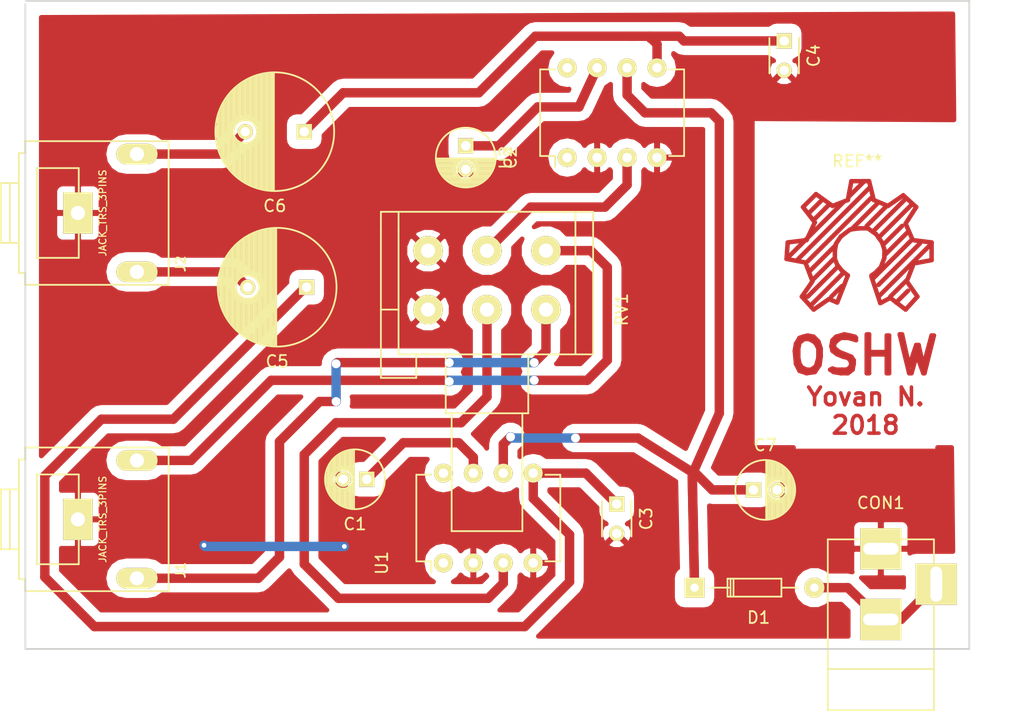
<source format=kicad_pcb>
(kicad_pcb (version 4) (host pcbnew 4.0.2+dfsg1-stable)

  (general
    (links 30)
    (no_connects 0)
    (area 28.996999 15.324999 116.203293 75.875621)
    (thickness 1.6)
    (drawings 5)
    (tracks 111)
    (zones 0)
    (modules 15)
    (nets 18)
  )

  (page User 150.012 101.6)
  (layers
    (0 F.Cu signal)
    (31 B.Cu signal)
    (32 B.Adhes user)
    (33 F.Adhes user)
    (34 B.Paste user)
    (35 F.Paste user)
    (36 B.SilkS user)
    (37 F.SilkS user)
    (38 B.Mask user)
    (39 F.Mask user)
    (40 Dwgs.User user)
    (41 Cmts.User user)
    (42 Eco1.User user)
    (43 Eco2.User user)
    (44 Edge.Cuts user)
    (45 Margin user)
    (46 B.CrtYd user)
    (47 F.CrtYd user)
    (48 B.Fab user)
    (49 F.Fab user)
  )

  (setup
    (last_trace_width 0.8)
    (user_trace_width 0.8)
    (trace_clearance 0.2)
    (zone_clearance 0.8)
    (zone_45_only no)
    (trace_min 0.2)
    (segment_width 0.2)
    (edge_width 0.15)
    (via_size 0.6)
    (via_drill 0.4)
    (via_min_size 0.4)
    (via_min_drill 0.3)
    (user_via 0.8 0.75)
    (uvia_size 0.3)
    (uvia_drill 0.1)
    (uvias_allowed no)
    (uvia_min_size 0.2)
    (uvia_min_drill 0.1)
    (pcb_text_width 0.3)
    (pcb_text_size 1.5 1.5)
    (mod_edge_width 0.15)
    (mod_text_size 1 1)
    (mod_text_width 0.15)
    (pad_size 1.524 1.524)
    (pad_drill 0.762)
    (pad_to_mask_clearance 0.2)
    (aux_axis_origin 85.3 46.2)
    (grid_origin 108 136)
    (visible_elements FFFFF77F)
    (pcbplotparams
      (layerselection 0x00000_00000001)
      (usegerberextensions false)
      (excludeedgelayer true)
      (linewidth 0.500000)
      (plotframeref false)
      (viasonmask false)
      (mode 1)
      (useauxorigin false)
      (hpglpennumber 1)
      (hpglpenspeed 20)
      (hpglpendiameter 15)
      (hpglpenoverlay 2)
      (psnegative false)
      (psa4output false)
      (plotreference true)
      (plotvalue true)
      (plotinvisibletext false)
      (padsonsilk false)
      (subtractmaskfromsilk false)
      (outputformat 4)
      (mirror false)
      (drillshape 0)
      (scaleselection 1)
      (outputdirectory ""))
  )

  (net 0 "")
  (net 1 "Net-(C1-Pad1)")
  (net 2 GND)
  (net 3 "Net-(C2-Pad1)")
  (net 4 "Net-(C3-Pad1)")
  (net 5 "Net-(C4-Pad1)")
  (net 6 "Net-(C5-Pad2)")
  (net 7 "Net-(C6-Pad2)")
  (net 8 Vcc)
  (net 9 "Net-(U1-Pad1)")
  (net 10 "Net-(RV1-Pad2)")
  (net 11 "Net-(U1-Pad8)")
  (net 12 "Net-(U2-Pad1)")
  (net 13 "Net-(RV1-Pad5)")
  (net 14 "Net-(U2-Pad8)")
  (net 15 "Net-(CON1-Pad2)")
  (net 16 "Net-(J1-Pad2)")
  (net 17 "Net-(J1-Pad3)")

  (net_class Default "This is the default net class."
    (clearance 0.2)
    (trace_width 0.25)
    (via_dia 0.6)
    (via_drill 0.4)
    (uvia_dia 0.3)
    (uvia_drill 0.1)
    (add_net GND)
    (add_net "Net-(C1-Pad1)")
    (add_net "Net-(C2-Pad1)")
    (add_net "Net-(C3-Pad1)")
    (add_net "Net-(C4-Pad1)")
    (add_net "Net-(C5-Pad2)")
    (add_net "Net-(C6-Pad2)")
    (add_net "Net-(CON1-Pad2)")
    (add_net "Net-(J1-Pad2)")
    (add_net "Net-(J1-Pad3)")
    (add_net "Net-(RV1-Pad2)")
    (add_net "Net-(RV1-Pad5)")
    (add_net "Net-(U1-Pad1)")
    (add_net "Net-(U1-Pad8)")
    (add_net "Net-(U2-Pad1)")
    (add_net "Net-(U2-Pad8)")
    (add_net Vcc)
  )

  (module Symbols:Symbol_OSHW-Logo_CopperTop_BIG (layer F.Cu) (tedit 0) (tstamp 5AD37226)
    (at 102.2 17.5)
    (descr "Symbol, OSHW-Logo, Copper Top, BIG")
    (tags "Symbol, OSHW-Logo, Copper Top, BIG")
    (fp_text reference REF** (at -0.29972 11.50112) (layer F.SilkS)
      (effects (font (size 1 1) (thickness 0.15)))
    )
    (fp_text value Symbol_OSHW-Logo_CopperTop_BIG (at 0.29972 32.10052) (layer F.Fab)
      (effects (font (size 1 1) (thickness 0.15)))
    )
    (fp_line (start 0.50038 14.00048) (end -5.40004 19.9009) (layer F.Cu) (width 0.381))
    (fp_line (start -5.10032 18.60042) (end -4.59994 18.10004) (layer F.Cu) (width 0.381))
    (fp_line (start -0.50038 17.00022) (end -0.8001 17.29994) (layer F.Cu) (width 0.381))
    (fp_line (start -2.49936 19.99996) (end -2.30124 19.7993) (layer F.Cu) (width 0.381))
    (fp_line (start -3.50012 15.00124) (end -3.29946 14.80058) (layer F.Cu) (width 0.381))
    (fp_line (start -4.0005 15.49908) (end -4.39928 15.9004) (layer F.Cu) (width 0.381))
    (fp_line (start -2.99974 15.49908) (end -2.70002 15.19936) (layer F.Cu) (width 0.381))
    (fp_line (start -1.99898 15.49908) (end -1.50114 15.00124) (layer F.Cu) (width 0.381))
    (fp_line (start 0 13.5001) (end 0.20066 13.29944) (layer F.Cu) (width 0.381))
    (fp_line (start 0.50038 14.00048) (end 0.8001 13.70076) (layer F.Cu) (width 0.381))
    (fp_line (start 0.50038 15.00124) (end 1.00076 14.50086) (layer F.Cu) (width 0.381))
    (fp_line (start 1.99898 15.49908) (end 2.10058 15.40002) (layer F.Cu) (width 0.381))
    (fp_line (start 1.00076 15.49908) (end 1.39954 15.1003) (layer F.Cu) (width 0.381))
    (fp_line (start 3.50012 15.00124) (end 3.79984 14.69898) (layer F.Cu) (width 0.381))
    (fp_line (start 4.0005 15.49908) (end 4.30022 15.19936) (layer F.Cu) (width 0.381))
    (fp_line (start -4.0005 20.50034) (end -4.30022 20.80006) (layer F.Cu) (width 0.381))
    (fp_line (start -2.49936 18.9992) (end -2.19964 18.69948) (layer F.Cu) (width 0.381))
    (fp_line (start -4.59994 22.9997) (end -4.8006 23.20036) (layer F.Cu) (width 0.381))
    (fp_line (start -2.49936 21.00072) (end -1.99898 20.50034) (layer F.Cu) (width 0.381))
    (fp_line (start -4.0005 23.50008) (end -4.20116 23.70074) (layer F.Cu) (width 0.381))
    (fp_line (start -1.99898 21.5011) (end -1.50114 21.00072) (layer F.Cu) (width 0.381))
    (fp_line (start -1.99898 22.49932) (end -1.6002 22.10054) (layer F.Cu) (width 0.381))
    (fp_line (start 3.50012 18.00098) (end 4.0005 17.5006) (layer F.Cu) (width 0.381))
    (fp_line (start 4.0005 18.49882) (end 4.30022 18.1991) (layer F.Cu) (width 0.381))
    (fp_line (start 3.50012 21.99894) (end 3.8989 21.60016) (layer F.Cu) (width 0.381))
    (fp_line (start 5.4991 18.9992) (end 5.90042 18.60042) (layer F.Cu) (width 0.381))
    (fp_line (start 4.0005 22.49932) (end 2.99974 23.50008) (layer F.Cu) (width 0.381))
    (fp_line (start 3.50012 21.99894) (end 2.49936 22.9997) (layer F.Cu) (width 0.381))
    (fp_line (start 5.4991 18.9992) (end 1.50114 22.9997) (layer F.Cu) (width 0.381))
    (fp_line (start 5.00126 18.49882) (end 1.50114 21.99894) (layer F.Cu) (width 0.381))
    (fp_line (start 4.0005 18.49882) (end 1.00076 21.5011) (layer F.Cu) (width 0.381))
    (fp_line (start -1.99898 22.49932) (end -2.49936 22.9997) (layer F.Cu) (width 0.381))
    (fp_line (start -1.99898 21.5011) (end -4.0005 23.50008) (layer F.Cu) (width 0.381))
    (fp_line (start -2.49936 21.00072) (end -4.50088 22.9997) (layer F.Cu) (width 0.381))
    (fp_line (start -2.49936 19.99996) (end -4.0005 21.5011) (layer F.Cu) (width 0.381))
    (fp_line (start -2.49936 18.9992) (end -4.0005 20.50034) (layer F.Cu) (width 0.381))
    (fp_line (start 0 13.5001) (end -1.00076 14.50086) (layer F.Cu) (width 0.381))
    (fp_line (start -3.50012 15.00124) (end -4.0005 15.49908) (layer F.Cu) (width 0.381))
    (fp_line (start -2.99974 15.49908) (end -4.0005 16.49984) (layer F.Cu) (width 0.381))
    (fp_line (start -5.00126 18.49882) (end -5.99948 19.49958) (layer F.Cu) (width 0.381))
    (fp_line (start -1.99898 15.49908) (end -4.50088 18.00098) (layer F.Cu) (width 0.381))
    (fp_line (start 0.50038 15.00124) (end -4.50088 19.99996) (layer F.Cu) (width 0.381))
    (fp_line (start 3.50012 18.00098) (end 1.99898 19.49958) (layer F.Cu) (width 0.381))
    (fp_line (start 3.50012 17.00022) (end 1.99898 18.49882) (layer F.Cu) (width 0.381))
    (fp_line (start 1.00076 15.49908) (end -0.50038 17.00022) (layer F.Cu) (width 0.381))
    (fp_line (start 4.0005 15.49908) (end 1.50114 18.00098) (layer F.Cu) (width 0.381))
    (fp_line (start 3.50012 15.00124) (end 1.00076 17.5006) (layer F.Cu) (width 0.381))
    (fp_line (start 1.99898 15.49908) (end 0.50038 17.00022) (layer F.Cu) (width 0.381))
    (fp_line (start 4.8006 27.29992) (end 4.8006 27.89936) (layer F.Cu) (width 0.381))
    (fp_line (start 3.29946 26.2001) (end 4.09956 29.49956) (layer F.Cu) (width 0.381))
    (fp_line (start 4.09956 29.49956) (end 4.30022 29.49956) (layer F.Cu) (width 0.381))
    (fp_line (start 4.30022 29.49956) (end 4.699 28.10002) (layer F.Cu) (width 0.381))
    (fp_line (start 4.699 28.10002) (end 4.8006 28.10002) (layer F.Cu) (width 0.381))
    (fp_line (start 4.8006 28.10002) (end 5.30098 29.49956) (layer F.Cu) (width 0.381))
    (fp_line (start 5.30098 29.49956) (end 5.40004 29.49956) (layer F.Cu) (width 0.381))
    (fp_line (start 5.40004 29.49956) (end 6.20014 26.29916) (layer F.Cu) (width 0.381))
    (fp_line (start 6.20014 26.29916) (end 5.99948 26.29916) (layer F.Cu) (width 0.381))
    (fp_line (start 5.99948 26.29916) (end 5.30098 28.90012) (layer F.Cu) (width 0.381))
    (fp_line (start 5.30098 28.90012) (end 4.89966 27.09926) (layer F.Cu) (width 0.381))
    (fp_line (start 4.89966 27.09926) (end 4.699 27.09926) (layer F.Cu) (width 0.381))
    (fp_line (start 4.699 27.09926) (end 4.09956 28.90012) (layer F.Cu) (width 0.381))
    (fp_line (start 4.09956 28.90012) (end 3.50012 26.2001) (layer F.Cu) (width 0.381))
    (fp_line (start 3.50012 26.2001) (end 3.29946 26.2001) (layer F.Cu) (width 0.381))
    (fp_line (start 0.59944 27.70124) (end 2.10058 27.70124) (layer F.Cu) (width 0.381))
    (fp_line (start 2.10058 27.70124) (end 2.10058 27.89936) (layer F.Cu) (width 0.381))
    (fp_line (start 2.10058 27.89936) (end 0.70104 27.89936) (layer F.Cu) (width 0.381))
    (fp_line (start 2.19964 26.29916) (end 2.19964 29.49956) (layer F.Cu) (width 0.381))
    (fp_line (start 2.19964 29.49956) (end 2.4003 29.49956) (layer F.Cu) (width 0.381))
    (fp_line (start 2.4003 29.49956) (end 2.4003 26.29916) (layer F.Cu) (width 0.381))
    (fp_line (start 2.4003 26.29916) (end 2.19964 26.29916) (layer F.Cu) (width 0.381))
    (fp_line (start 0.70104 26.2001) (end 0.59944 26.2001) (layer F.Cu) (width 0.381))
    (fp_line (start 0.50038 26.2001) (end 0.50038 29.49956) (layer F.Cu) (width 0.381))
    (fp_line (start 0.50038 29.49956) (end 0.70104 29.49956) (layer F.Cu) (width 0.381))
    (fp_line (start 0.70104 29.49956) (end 0.70104 26.2001) (layer F.Cu) (width 0.381))
    (fp_line (start -0.39878 26.49982) (end -0.50038 26.40076) (layer F.Cu) (width 0.381))
    (fp_line (start -0.50038 26.40076) (end -0.89916 26.29916) (layer F.Cu) (width 0.381))
    (fp_line (start -0.89916 26.29916) (end -1.39954 26.2001) (layer F.Cu) (width 0.381))
    (fp_line (start -1.39954 26.2001) (end -2.10058 26.40076) (layer F.Cu) (width 0.381))
    (fp_line (start -2.10058 26.40076) (end -2.4003 26.70048) (layer F.Cu) (width 0.381))
    (fp_line (start -2.4003 26.70048) (end -2.49936 27.20086) (layer F.Cu) (width 0.381))
    (fp_line (start -2.49936 27.20086) (end -2.4003 27.59964) (layer F.Cu) (width 0.381))
    (fp_line (start -2.4003 27.59964) (end -1.99898 27.89936) (layer F.Cu) (width 0.381))
    (fp_line (start -1.99898 27.89936) (end -1.50114 28.10002) (layer F.Cu) (width 0.381))
    (fp_line (start -1.50114 28.10002) (end -1.09982 28.19908) (layer F.Cu) (width 0.381))
    (fp_line (start -1.09982 28.19908) (end -0.89916 28.39974) (layer F.Cu) (width 0.381))
    (fp_line (start -0.89916 28.39974) (end -0.8001 28.69946) (layer F.Cu) (width 0.381))
    (fp_line (start -0.8001 28.69946) (end -0.89916 28.99918) (layer F.Cu) (width 0.381))
    (fp_line (start -0.89916 28.99918) (end -1.19888 29.19984) (layer F.Cu) (width 0.381))
    (fp_line (start -1.19888 29.19984) (end -1.6002 29.19984) (layer F.Cu) (width 0.381))
    (fp_line (start -1.6002 29.19984) (end -2.10058 29.19984) (layer F.Cu) (width 0.381))
    (fp_line (start -2.10058 29.19984) (end -2.4003 29.10078) (layer F.Cu) (width 0.381))
    (fp_line (start -2.4003 29.10078) (end -2.60096 29.19984) (layer F.Cu) (width 0.381))
    (fp_line (start -2.60096 29.19984) (end -2.30124 29.4005) (layer F.Cu) (width 0.381))
    (fp_line (start -2.30124 29.4005) (end -1.69926 29.49956) (layer F.Cu) (width 0.381))
    (fp_line (start -1.69926 29.49956) (end -1.09982 29.49956) (layer F.Cu) (width 0.381))
    (fp_line (start -1.09982 29.49956) (end -0.70104 29.19984) (layer F.Cu) (width 0.381))
    (fp_line (start -0.70104 29.19984) (end -0.59944 28.69946) (layer F.Cu) (width 0.381))
    (fp_line (start -0.59944 28.69946) (end -0.59944 28.39974) (layer F.Cu) (width 0.381))
    (fp_line (start -0.59944 28.39974) (end -0.8001 28.10002) (layer F.Cu) (width 0.381))
    (fp_line (start -0.8001 28.10002) (end -1.30048 27.89936) (layer F.Cu) (width 0.381))
    (fp_line (start -1.30048 27.89936) (end -1.80086 27.70124) (layer F.Cu) (width 0.381))
    (fp_line (start -1.80086 27.70124) (end -2.19964 27.39898) (layer F.Cu) (width 0.381))
    (fp_line (start -2.19964 27.39898) (end -2.30124 27.09926) (layer F.Cu) (width 0.381))
    (fp_line (start -2.30124 27.09926) (end -2.10058 26.79954) (layer F.Cu) (width 0.381))
    (fp_line (start -2.10058 26.79954) (end -1.69926 26.49982) (layer F.Cu) (width 0.381))
    (fp_line (start -1.69926 26.49982) (end -1.09982 26.49982) (layer F.Cu) (width 0.381))
    (fp_line (start -1.09982 26.49982) (end -0.70104 26.59888) (layer F.Cu) (width 0.381))
    (fp_line (start -0.70104 26.59888) (end -0.39878 26.70048) (layer F.Cu) (width 0.381))
    (fp_line (start -4.50088 26.59888) (end -4.8006 26.59888) (layer F.Cu) (width 0.381))
    (fp_line (start -4.8006 26.59888) (end -5.19938 26.90114) (layer F.Cu) (width 0.381))
    (fp_line (start -5.19938 26.90114) (end -5.30098 27.39898) (layer F.Cu) (width 0.381))
    (fp_line (start -5.30098 27.39898) (end -5.30098 28.19908) (layer F.Cu) (width 0.381))
    (fp_line (start -5.30098 28.19908) (end -5.19938 28.69946) (layer F.Cu) (width 0.381))
    (fp_line (start -5.19938 28.69946) (end -5.00126 28.99918) (layer F.Cu) (width 0.381))
    (fp_line (start -5.00126 28.99918) (end -4.59994 29.19984) (layer F.Cu) (width 0.381))
    (fp_line (start -4.59994 29.19984) (end -4.20116 29.19984) (layer F.Cu) (width 0.381))
    (fp_line (start -4.20116 29.19984) (end -3.79984 28.90012) (layer F.Cu) (width 0.381))
    (fp_line (start -3.79984 28.90012) (end -3.59918 28.19908) (layer F.Cu) (width 0.381))
    (fp_line (start -3.59918 28.19908) (end -3.59918 27.39898) (layer F.Cu) (width 0.381))
    (fp_line (start -3.59918 27.39898) (end -3.79984 27.0002) (layer F.Cu) (width 0.381))
    (fp_line (start -3.79984 27.0002) (end -4.0005 26.79954) (layer F.Cu) (width 0.381))
    (fp_line (start -4.0005 26.79954) (end -4.39928 26.59888) (layer F.Cu) (width 0.381))
    (fp_line (start -4.50088 26.29916) (end -4.89966 26.40076) (layer F.Cu) (width 0.381))
    (fp_line (start -4.89966 26.40076) (end -5.19938 26.49982) (layer F.Cu) (width 0.381))
    (fp_line (start -5.19938 26.49982) (end -5.4991 27.0002) (layer F.Cu) (width 0.381))
    (fp_line (start -5.4991 27.0002) (end -5.6007 27.59964) (layer F.Cu) (width 0.381))
    (fp_line (start -5.6007 27.59964) (end -5.4991 28.69946) (layer F.Cu) (width 0.381))
    (fp_line (start -5.4991 28.69946) (end -5.19938 29.2989) (layer F.Cu) (width 0.381))
    (fp_line (start -5.19938 29.2989) (end -4.59994 29.49956) (layer F.Cu) (width 0.381))
    (fp_line (start -4.59994 29.49956) (end -3.8989 29.4005) (layer F.Cu) (width 0.381))
    (fp_line (start -3.8989 29.4005) (end -3.50012 28.80106) (layer F.Cu) (width 0.381))
    (fp_line (start -3.50012 28.80106) (end -3.40106 28.10002) (layer F.Cu) (width 0.381))
    (fp_line (start -3.40106 28.10002) (end -3.40106 27.39898) (layer F.Cu) (width 0.381))
    (fp_line (start -3.40106 27.39898) (end -3.59918 26.79954) (layer F.Cu) (width 0.381))
    (fp_line (start -3.59918 26.79954) (end -4.0005 26.40076) (layer F.Cu) (width 0.381))
    (fp_line (start -4.0005 26.40076) (end -4.50088 26.29916) (layer F.Cu) (width 0.381))
    (fp_line (start -1.09982 21.20138) (end -1.6002 20.80006) (layer F.Cu) (width 0.381))
    (fp_line (start -1.6002 20.80006) (end -1.99898 20.29968) (layer F.Cu) (width 0.381))
    (fp_line (start -1.99898 20.29968) (end -2.19964 19.7993) (layer F.Cu) (width 0.381))
    (fp_line (start -2.19964 19.7993) (end -2.19964 19.1008) (layer F.Cu) (width 0.381))
    (fp_line (start -2.19964 19.1008) (end -2.09804 18.50136) (layer F.Cu) (width 0.381))
    (fp_line (start -2.09804 18.50136) (end -1.69926 17.89938) (layer F.Cu) (width 0.381))
    (fp_line (start -1.69926 17.89938) (end -0.89916 17.29994) (layer F.Cu) (width 0.381))
    (fp_line (start -0.89916 17.29994) (end -0.09906 17.20088) (layer F.Cu) (width 0.381))
    (fp_line (start -0.09906 17.20088) (end 0.60198 17.20088) (layer F.Cu) (width 0.381))
    (fp_line (start 0.60198 17.20088) (end 1.30048 17.70126) (layer F.Cu) (width 0.381))
    (fp_line (start 1.30048 17.70126) (end 1.80086 18.39976) (layer F.Cu) (width 0.381))
    (fp_line (start 1.80086 18.39976) (end 2.00152 18.9992) (layer F.Cu) (width 0.381))
    (fp_line (start 2.00152 18.9992) (end 2.00152 19.70024) (layer F.Cu) (width 0.381))
    (fp_line (start 2.00152 19.70024) (end 1.7018 20.50034) (layer F.Cu) (width 0.381))
    (fp_line (start 1.7018 20.50034) (end 1.20142 21.00072) (layer F.Cu) (width 0.381))
    (fp_line (start 1.20142 21.00072) (end 0.9017 21.20138) (layer F.Cu) (width 0.381))
    (fp_line (start 0.9017 21.30044) (end 1.651 23.55088) (layer F.Cu) (width 0.381))
    (fp_line (start 1.651 23.55088) (end 2.5019 23.1013) (layer F.Cu) (width 0.381))
    (fp_line (start 2.5019 23.1013) (end 3.79984 24.09952) (layer F.Cu) (width 0.381))
    (fp_line (start 3.79984 24.09952) (end 4.8006 22.9997) (layer F.Cu) (width 0.381))
    (fp_line (start 4.8006 22.9997) (end 3.90144 21.69922) (layer F.Cu) (width 0.381))
    (fp_line (start 3.90144 21.69922) (end 4.40182 20.40128) (layer F.Cu) (width 0.381))
    (fp_line (start 4.40182 20.40128) (end 4.40182 20.20062) (layer F.Cu) (width 0.381))
    (fp_line (start 4.40182 20.20062) (end 6.00202 19.9009) (layer F.Cu) (width 0.381))
    (fp_line (start 6.00202 19.9009) (end 6.00202 18.39976) (layer F.Cu) (width 0.381))
    (fp_line (start 6.00202 18.39976) (end 4.40182 18.20164) (layer F.Cu) (width 0.381))
    (fp_line (start 4.40182 18.20164) (end 3.79984 16.79956) (layer F.Cu) (width 0.381))
    (fp_line (start 3.79984 16.79956) (end 4.70154 15.40002) (layer F.Cu) (width 0.381))
    (fp_line (start 4.70154 15.40002) (end 3.60172 14.39926) (layer F.Cu) (width 0.381))
    (fp_line (start 3.60172 14.39926) (end 2.30124 15.30096) (layer F.Cu) (width 0.381))
    (fp_line (start 2.30124 15.30096) (end 1.09982 14.80058) (layer F.Cu) (width 0.381))
    (fp_line (start 1.09982 14.80058) (end 0.70104 13.20038) (layer F.Cu) (width 0.381))
    (fp_line (start 0.70104 13.20038) (end -0.8001 13.20038) (layer F.Cu) (width 0.381))
    (fp_line (start -0.8001 13.20038) (end -1.09982 14.80058) (layer F.Cu) (width 0.381))
    (fp_line (start -1.09982 14.80058) (end -2.4003 15.30096) (layer F.Cu) (width 0.381))
    (fp_line (start -2.4003 15.30096) (end -3.79984 14.3002) (layer F.Cu) (width 0.381))
    (fp_line (start -3.79984 14.3002) (end -4.89966 15.40002) (layer F.Cu) (width 0.381))
    (fp_line (start -4.89966 15.40002) (end -3.8989 16.7005) (layer F.Cu) (width 0.381))
    (fp_line (start -3.8989 16.7005) (end -4.59994 18.20164) (layer F.Cu) (width 0.381))
    (fp_line (start -4.59994 18.20164) (end -6.20014 18.39976) (layer F.Cu) (width 0.381))
    (fp_line (start -6.20014 18.39976) (end -6.2992 19.7993) (layer F.Cu) (width 0.381))
    (fp_line (start -6.2992 19.7993) (end -4.699 20.10156) (layer F.Cu) (width 0.381))
    (fp_line (start -4.699 20.10156) (end -4.09956 21.69922) (layer F.Cu) (width 0.381))
    (fp_line (start -4.09956 21.69922) (end -4.99872 22.9997) (layer F.Cu) (width 0.381))
    (fp_line (start -4.99872 22.9997) (end -3.99796 24.09952) (layer F.Cu) (width 0.381))
    (fp_line (start -3.99796 24.09952) (end -2.70002 23.20036) (layer F.Cu) (width 0.381))
    (fp_line (start -2.70002 23.20036) (end -1.99898 23.50008) (layer F.Cu) (width 0.381))
    (fp_line (start -1.99898 23.50008) (end -1.09982 21.20138) (layer F.Cu) (width 0.381))
  )

  (module Housings_DIP:DIP-8_W7.62mm (layer F.Cu) (tedit 54130A77) (tstamp 5AD2273D)
    (at 77.3 28.7 90)
    (descr "8-lead dip package, row spacing 7.62 mm (300 mils)")
    (tags "dil dip 2.54 300")
    (path /5AD10462)
    (fp_text reference U2 (at 0 -5.22 90) (layer F.SilkS)
      (effects (font (size 1 1) (thickness 0.15)))
    )
    (fp_text value LM386 (at 0 -3.72 90) (layer F.Fab)
      (effects (font (size 1 1) (thickness 0.15)))
    )
    (fp_line (start -1.05 -2.45) (end -1.05 10.1) (layer F.CrtYd) (width 0.05))
    (fp_line (start 8.65 -2.45) (end 8.65 10.1) (layer F.CrtYd) (width 0.05))
    (fp_line (start -1.05 -2.45) (end 8.65 -2.45) (layer F.CrtYd) (width 0.05))
    (fp_line (start -1.05 10.1) (end 8.65 10.1) (layer F.CrtYd) (width 0.05))
    (fp_line (start 0.135 -2.295) (end 0.135 -1.025) (layer F.SilkS) (width 0.15))
    (fp_line (start 7.485 -2.295) (end 7.485 -1.025) (layer F.SilkS) (width 0.15))
    (fp_line (start 7.485 9.915) (end 7.485 8.645) (layer F.SilkS) (width 0.15))
    (fp_line (start 0.135 9.915) (end 0.135 8.645) (layer F.SilkS) (width 0.15))
    (fp_line (start 0.135 -2.295) (end 7.485 -2.295) (layer F.SilkS) (width 0.15))
    (fp_line (start 0.135 9.915) (end 7.485 9.915) (layer F.SilkS) (width 0.15))
    (fp_line (start 0.135 -1.025) (end -0.8 -1.025) (layer F.SilkS) (width 0.15))
    (pad 1 thru_hole oval (at 0 0 90) (size 1.6 1.6) (drill 0.8) (layers *.Cu *.Mask F.SilkS)
      (net 12 "Net-(U2-Pad1)"))
    (pad 2 thru_hole oval (at 0 2.54 90) (size 1.6 1.6) (drill 0.8) (layers *.Cu *.Mask F.SilkS)
      (net 2 GND))
    (pad 3 thru_hole oval (at 0 5.08 90) (size 1.6 1.6) (drill 0.8) (layers *.Cu *.Mask F.SilkS)
      (net 13 "Net-(RV1-Pad5)"))
    (pad 4 thru_hole oval (at 0 7.62 90) (size 1.6 1.6) (drill 0.8) (layers *.Cu *.Mask F.SilkS)
      (net 2 GND))
    (pad 5 thru_hole oval (at 7.62 7.62 90) (size 1.6 1.6) (drill 0.8) (layers *.Cu *.Mask F.SilkS)
      (net 5 "Net-(C4-Pad1)"))
    (pad 6 thru_hole oval (at 7.62 5.08 90) (size 1.6 1.6) (drill 0.8) (layers *.Cu *.Mask F.SilkS)
      (net 8 Vcc))
    (pad 7 thru_hole oval (at 7.62 2.54 90) (size 1.6 1.6) (drill 0.8) (layers *.Cu *.Mask F.SilkS)
      (net 3 "Net-(C2-Pad1)"))
    (pad 8 thru_hole oval (at 7.62 0 90) (size 1.6 1.6) (drill 0.8) (layers *.Cu *.Mask F.SilkS)
      (net 14 "Net-(U2-Pad8)"))
    (model Housings_DIP.3dshapes/DIP-8_W7.62mm.wrl
      (at (xyz 0 0 0))
      (scale (xyz 1 1 1))
      (rotate (xyz 0 0 0))
    )
  )

  (module Capacitors_ThroughHole:C_Radial_D5_L11_P2 (layer F.Cu) (tedit 0) (tstamp 5AD226DC)
    (at 60.3 56 180)
    (descr "Radial Electrolytic Capacitor 5mm x Length 11mm, Pitch 2mm")
    (tags "Electrolytic Capacitor")
    (path /5AD1E1CD)
    (fp_text reference C1 (at 1 -3.8 180) (layer F.SilkS)
      (effects (font (size 1 1) (thickness 0.15)))
    )
    (fp_text value 100uF (at 1 3.8 180) (layer F.Fab)
      (effects (font (size 1 1) (thickness 0.15)))
    )
    (fp_line (start 1.075 -2.499) (end 1.075 2.499) (layer F.SilkS) (width 0.15))
    (fp_line (start 1.215 -2.491) (end 1.215 -0.154) (layer F.SilkS) (width 0.15))
    (fp_line (start 1.215 0.154) (end 1.215 2.491) (layer F.SilkS) (width 0.15))
    (fp_line (start 1.355 -2.475) (end 1.355 -0.473) (layer F.SilkS) (width 0.15))
    (fp_line (start 1.355 0.473) (end 1.355 2.475) (layer F.SilkS) (width 0.15))
    (fp_line (start 1.495 -2.451) (end 1.495 -0.62) (layer F.SilkS) (width 0.15))
    (fp_line (start 1.495 0.62) (end 1.495 2.451) (layer F.SilkS) (width 0.15))
    (fp_line (start 1.635 -2.418) (end 1.635 -0.712) (layer F.SilkS) (width 0.15))
    (fp_line (start 1.635 0.712) (end 1.635 2.418) (layer F.SilkS) (width 0.15))
    (fp_line (start 1.775 -2.377) (end 1.775 -0.768) (layer F.SilkS) (width 0.15))
    (fp_line (start 1.775 0.768) (end 1.775 2.377) (layer F.SilkS) (width 0.15))
    (fp_line (start 1.915 -2.327) (end 1.915 -0.795) (layer F.SilkS) (width 0.15))
    (fp_line (start 1.915 0.795) (end 1.915 2.327) (layer F.SilkS) (width 0.15))
    (fp_line (start 2.055 -2.266) (end 2.055 -0.798) (layer F.SilkS) (width 0.15))
    (fp_line (start 2.055 0.798) (end 2.055 2.266) (layer F.SilkS) (width 0.15))
    (fp_line (start 2.195 -2.196) (end 2.195 -0.776) (layer F.SilkS) (width 0.15))
    (fp_line (start 2.195 0.776) (end 2.195 2.196) (layer F.SilkS) (width 0.15))
    (fp_line (start 2.335 -2.114) (end 2.335 -0.726) (layer F.SilkS) (width 0.15))
    (fp_line (start 2.335 0.726) (end 2.335 2.114) (layer F.SilkS) (width 0.15))
    (fp_line (start 2.475 -2.019) (end 2.475 -0.644) (layer F.SilkS) (width 0.15))
    (fp_line (start 2.475 0.644) (end 2.475 2.019) (layer F.SilkS) (width 0.15))
    (fp_line (start 2.615 -1.908) (end 2.615 -0.512) (layer F.SilkS) (width 0.15))
    (fp_line (start 2.615 0.512) (end 2.615 1.908) (layer F.SilkS) (width 0.15))
    (fp_line (start 2.755 -1.78) (end 2.755 -0.265) (layer F.SilkS) (width 0.15))
    (fp_line (start 2.755 0.265) (end 2.755 1.78) (layer F.SilkS) (width 0.15))
    (fp_line (start 2.895 -1.631) (end 2.895 1.631) (layer F.SilkS) (width 0.15))
    (fp_line (start 3.035 -1.452) (end 3.035 1.452) (layer F.SilkS) (width 0.15))
    (fp_line (start 3.175 -1.233) (end 3.175 1.233) (layer F.SilkS) (width 0.15))
    (fp_line (start 3.315 -0.944) (end 3.315 0.944) (layer F.SilkS) (width 0.15))
    (fp_line (start 3.455 -0.472) (end 3.455 0.472) (layer F.SilkS) (width 0.15))
    (fp_circle (center 2 0) (end 2 -0.8) (layer F.SilkS) (width 0.15))
    (fp_circle (center 1 0) (end 1 -2.5375) (layer F.SilkS) (width 0.15))
    (fp_circle (center 1 0) (end 1 -2.8) (layer F.CrtYd) (width 0.05))
    (pad 1 thru_hole rect (at 0 0 180) (size 1.3 1.3) (drill 0.8) (layers *.Cu *.Mask F.SilkS)
      (net 1 "Net-(C1-Pad1)"))
    (pad 2 thru_hole circle (at 2 0 180) (size 1.3 1.3) (drill 0.8) (layers *.Cu *.Mask F.SilkS)
      (net 2 GND))
    (model Capacitors_ThroughHole.3dshapes/C_Radial_D5_L11_P2.wrl
      (at (xyz 0 0 0))
      (scale (xyz 1 1 1))
      (rotate (xyz 0 0 0))
    )
  )

  (module Capacitors_ThroughHole:C_Radial_D5_L11_P2 (layer F.Cu) (tedit 0) (tstamp 5AD226E2)
    (at 68.7 27.7 270)
    (descr "Radial Electrolytic Capacitor 5mm x Length 11mm, Pitch 2mm")
    (tags "Electrolytic Capacitor")
    (path /5AD1E3E5)
    (fp_text reference C2 (at 1 -3.8 270) (layer F.SilkS)
      (effects (font (size 1 1) (thickness 0.15)))
    )
    (fp_text value 100uF (at 1 3.8 270) (layer F.Fab)
      (effects (font (size 1 1) (thickness 0.15)))
    )
    (fp_line (start 1.075 -2.499) (end 1.075 2.499) (layer F.SilkS) (width 0.15))
    (fp_line (start 1.215 -2.491) (end 1.215 -0.154) (layer F.SilkS) (width 0.15))
    (fp_line (start 1.215 0.154) (end 1.215 2.491) (layer F.SilkS) (width 0.15))
    (fp_line (start 1.355 -2.475) (end 1.355 -0.473) (layer F.SilkS) (width 0.15))
    (fp_line (start 1.355 0.473) (end 1.355 2.475) (layer F.SilkS) (width 0.15))
    (fp_line (start 1.495 -2.451) (end 1.495 -0.62) (layer F.SilkS) (width 0.15))
    (fp_line (start 1.495 0.62) (end 1.495 2.451) (layer F.SilkS) (width 0.15))
    (fp_line (start 1.635 -2.418) (end 1.635 -0.712) (layer F.SilkS) (width 0.15))
    (fp_line (start 1.635 0.712) (end 1.635 2.418) (layer F.SilkS) (width 0.15))
    (fp_line (start 1.775 -2.377) (end 1.775 -0.768) (layer F.SilkS) (width 0.15))
    (fp_line (start 1.775 0.768) (end 1.775 2.377) (layer F.SilkS) (width 0.15))
    (fp_line (start 1.915 -2.327) (end 1.915 -0.795) (layer F.SilkS) (width 0.15))
    (fp_line (start 1.915 0.795) (end 1.915 2.327) (layer F.SilkS) (width 0.15))
    (fp_line (start 2.055 -2.266) (end 2.055 -0.798) (layer F.SilkS) (width 0.15))
    (fp_line (start 2.055 0.798) (end 2.055 2.266) (layer F.SilkS) (width 0.15))
    (fp_line (start 2.195 -2.196) (end 2.195 -0.776) (layer F.SilkS) (width 0.15))
    (fp_line (start 2.195 0.776) (end 2.195 2.196) (layer F.SilkS) (width 0.15))
    (fp_line (start 2.335 -2.114) (end 2.335 -0.726) (layer F.SilkS) (width 0.15))
    (fp_line (start 2.335 0.726) (end 2.335 2.114) (layer F.SilkS) (width 0.15))
    (fp_line (start 2.475 -2.019) (end 2.475 -0.644) (layer F.SilkS) (width 0.15))
    (fp_line (start 2.475 0.644) (end 2.475 2.019) (layer F.SilkS) (width 0.15))
    (fp_line (start 2.615 -1.908) (end 2.615 -0.512) (layer F.SilkS) (width 0.15))
    (fp_line (start 2.615 0.512) (end 2.615 1.908) (layer F.SilkS) (width 0.15))
    (fp_line (start 2.755 -1.78) (end 2.755 -0.265) (layer F.SilkS) (width 0.15))
    (fp_line (start 2.755 0.265) (end 2.755 1.78) (layer F.SilkS) (width 0.15))
    (fp_line (start 2.895 -1.631) (end 2.895 1.631) (layer F.SilkS) (width 0.15))
    (fp_line (start 3.035 -1.452) (end 3.035 1.452) (layer F.SilkS) (width 0.15))
    (fp_line (start 3.175 -1.233) (end 3.175 1.233) (layer F.SilkS) (width 0.15))
    (fp_line (start 3.315 -0.944) (end 3.315 0.944) (layer F.SilkS) (width 0.15))
    (fp_line (start 3.455 -0.472) (end 3.455 0.472) (layer F.SilkS) (width 0.15))
    (fp_circle (center 2 0) (end 2 -0.8) (layer F.SilkS) (width 0.15))
    (fp_circle (center 1 0) (end 1 -2.5375) (layer F.SilkS) (width 0.15))
    (fp_circle (center 1 0) (end 1 -2.8) (layer F.CrtYd) (width 0.05))
    (pad 1 thru_hole rect (at 0 0 270) (size 1.3 1.3) (drill 0.8) (layers *.Cu *.Mask F.SilkS)
      (net 3 "Net-(C2-Pad1)"))
    (pad 2 thru_hole circle (at 2 0 270) (size 1.3 1.3) (drill 0.8) (layers *.Cu *.Mask F.SilkS)
      (net 2 GND))
    (model Capacitors_ThroughHole.3dshapes/C_Radial_D5_L11_P2.wrl
      (at (xyz 0 0 0))
      (scale (xyz 1 1 1))
      (rotate (xyz 0 0 0))
    )
  )

  (module Capacitors_ThroughHole:C_Disc_D3_P2.5 (layer F.Cu) (tedit 0) (tstamp 5AD226E8)
    (at 81.5 58.1 270)
    (descr "Capacitor 3mm Disc, Pitch 2.5mm")
    (tags Capacitor)
    (path /5AD12E8C)
    (fp_text reference C3 (at 1.25 -2.5 270) (layer F.SilkS)
      (effects (font (size 1 1) (thickness 0.15)))
    )
    (fp_text value 100nF (at 1.25 2.5 270) (layer F.Fab)
      (effects (font (size 1 1) (thickness 0.15)))
    )
    (fp_line (start -0.9 -1.5) (end 3.4 -1.5) (layer F.CrtYd) (width 0.05))
    (fp_line (start 3.4 -1.5) (end 3.4 1.5) (layer F.CrtYd) (width 0.05))
    (fp_line (start 3.4 1.5) (end -0.9 1.5) (layer F.CrtYd) (width 0.05))
    (fp_line (start -0.9 1.5) (end -0.9 -1.5) (layer F.CrtYd) (width 0.05))
    (fp_line (start -0.25 -1.25) (end 2.75 -1.25) (layer F.SilkS) (width 0.15))
    (fp_line (start 2.75 1.25) (end -0.25 1.25) (layer F.SilkS) (width 0.15))
    (pad 1 thru_hole rect (at 0 0 270) (size 1.3 1.3) (drill 0.8) (layers *.Cu *.Mask F.SilkS)
      (net 4 "Net-(C3-Pad1)"))
    (pad 2 thru_hole circle (at 2.5 0 270) (size 1.3 1.3) (drill 0.8001) (layers *.Cu *.Mask F.SilkS)
      (net 2 GND))
    (model Capacitors_ThroughHole.3dshapes/C_Disc_D3_P2.5.wrl
      (at (xyz 0.0492126 0 0))
      (scale (xyz 1 1 1))
      (rotate (xyz 0 0 0))
    )
  )

  (module Capacitors_ThroughHole:C_Disc_D3_P2.5 (layer F.Cu) (tedit 0) (tstamp 5AD226EE)
    (at 95.7 18.8 270)
    (descr "Capacitor 3mm Disc, Pitch 2.5mm")
    (tags Capacitor)
    (path /5AD13068)
    (fp_text reference C4 (at 1.25 -2.5 270) (layer F.SilkS)
      (effects (font (size 1 1) (thickness 0.15)))
    )
    (fp_text value 100nF (at 1.25 2.5 270) (layer F.Fab)
      (effects (font (size 1 1) (thickness 0.15)))
    )
    (fp_line (start -0.9 -1.5) (end 3.4 -1.5) (layer F.CrtYd) (width 0.05))
    (fp_line (start 3.4 -1.5) (end 3.4 1.5) (layer F.CrtYd) (width 0.05))
    (fp_line (start 3.4 1.5) (end -0.9 1.5) (layer F.CrtYd) (width 0.05))
    (fp_line (start -0.9 1.5) (end -0.9 -1.5) (layer F.CrtYd) (width 0.05))
    (fp_line (start -0.25 -1.25) (end 2.75 -1.25) (layer F.SilkS) (width 0.15))
    (fp_line (start 2.75 1.25) (end -0.25 1.25) (layer F.SilkS) (width 0.15))
    (pad 1 thru_hole rect (at 0 0 270) (size 1.3 1.3) (drill 0.8) (layers *.Cu *.Mask F.SilkS)
      (net 5 "Net-(C4-Pad1)"))
    (pad 2 thru_hole circle (at 2.5 0 270) (size 1.3 1.3) (drill 0.8001) (layers *.Cu *.Mask F.SilkS)
      (net 2 GND))
    (model Capacitors_ThroughHole.3dshapes/C_Disc_D3_P2.5.wrl
      (at (xyz 0.0492126 0 0))
      (scale (xyz 1 1 1))
      (rotate (xyz 0 0 0))
    )
  )

  (module Capacitors_ThroughHole:C_Radial_D10_L13_P5 (layer F.Cu) (tedit 0) (tstamp 5AD226F4)
    (at 55.2 39.7 180)
    (descr "Radial Electrolytic Capacitor Diameter 10mm x Length 13mm, Pitch 5mm")
    (tags "Electrolytic Capacitor")
    (path /5AD1E933)
    (fp_text reference C5 (at 2.5 -6.3 180) (layer F.SilkS)
      (effects (font (size 1 1) (thickness 0.15)))
    )
    (fp_text value 1000uF (at 2.5 6.3 180) (layer F.Fab)
      (effects (font (size 1 1) (thickness 0.15)))
    )
    (fp_line (start 2.575 -4.999) (end 2.575 4.999) (layer F.SilkS) (width 0.15))
    (fp_line (start 2.715 -4.995) (end 2.715 4.995) (layer F.SilkS) (width 0.15))
    (fp_line (start 2.855 -4.987) (end 2.855 4.987) (layer F.SilkS) (width 0.15))
    (fp_line (start 2.995 -4.975) (end 2.995 4.975) (layer F.SilkS) (width 0.15))
    (fp_line (start 3.135 -4.96) (end 3.135 4.96) (layer F.SilkS) (width 0.15))
    (fp_line (start 3.275 -4.94) (end 3.275 4.94) (layer F.SilkS) (width 0.15))
    (fp_line (start 3.415 -4.916) (end 3.415 4.916) (layer F.SilkS) (width 0.15))
    (fp_line (start 3.555 -4.887) (end 3.555 4.887) (layer F.SilkS) (width 0.15))
    (fp_line (start 3.695 -4.855) (end 3.695 4.855) (layer F.SilkS) (width 0.15))
    (fp_line (start 3.835 -4.818) (end 3.835 4.818) (layer F.SilkS) (width 0.15))
    (fp_line (start 3.975 -4.777) (end 3.975 4.777) (layer F.SilkS) (width 0.15))
    (fp_line (start 4.115 -4.732) (end 4.115 -0.466) (layer F.SilkS) (width 0.15))
    (fp_line (start 4.115 0.466) (end 4.115 4.732) (layer F.SilkS) (width 0.15))
    (fp_line (start 4.255 -4.682) (end 4.255 -0.667) (layer F.SilkS) (width 0.15))
    (fp_line (start 4.255 0.667) (end 4.255 4.682) (layer F.SilkS) (width 0.15))
    (fp_line (start 4.395 -4.627) (end 4.395 -0.796) (layer F.SilkS) (width 0.15))
    (fp_line (start 4.395 0.796) (end 4.395 4.627) (layer F.SilkS) (width 0.15))
    (fp_line (start 4.535 -4.567) (end 4.535 -0.885) (layer F.SilkS) (width 0.15))
    (fp_line (start 4.535 0.885) (end 4.535 4.567) (layer F.SilkS) (width 0.15))
    (fp_line (start 4.675 -4.502) (end 4.675 -0.946) (layer F.SilkS) (width 0.15))
    (fp_line (start 4.675 0.946) (end 4.675 4.502) (layer F.SilkS) (width 0.15))
    (fp_line (start 4.815 -4.432) (end 4.815 -0.983) (layer F.SilkS) (width 0.15))
    (fp_line (start 4.815 0.983) (end 4.815 4.432) (layer F.SilkS) (width 0.15))
    (fp_line (start 4.955 -4.356) (end 4.955 -0.999) (layer F.SilkS) (width 0.15))
    (fp_line (start 4.955 0.999) (end 4.955 4.356) (layer F.SilkS) (width 0.15))
    (fp_line (start 5.095 -4.274) (end 5.095 -0.995) (layer F.SilkS) (width 0.15))
    (fp_line (start 5.095 0.995) (end 5.095 4.274) (layer F.SilkS) (width 0.15))
    (fp_line (start 5.235 -4.186) (end 5.235 -0.972) (layer F.SilkS) (width 0.15))
    (fp_line (start 5.235 0.972) (end 5.235 4.186) (layer F.SilkS) (width 0.15))
    (fp_line (start 5.375 -4.091) (end 5.375 -0.927) (layer F.SilkS) (width 0.15))
    (fp_line (start 5.375 0.927) (end 5.375 4.091) (layer F.SilkS) (width 0.15))
    (fp_line (start 5.515 -3.989) (end 5.515 -0.857) (layer F.SilkS) (width 0.15))
    (fp_line (start 5.515 0.857) (end 5.515 3.989) (layer F.SilkS) (width 0.15))
    (fp_line (start 5.655 -3.879) (end 5.655 -0.756) (layer F.SilkS) (width 0.15))
    (fp_line (start 5.655 0.756) (end 5.655 3.879) (layer F.SilkS) (width 0.15))
    (fp_line (start 5.795 -3.761) (end 5.795 -0.607) (layer F.SilkS) (width 0.15))
    (fp_line (start 5.795 0.607) (end 5.795 3.761) (layer F.SilkS) (width 0.15))
    (fp_line (start 5.935 -3.633) (end 5.935 -0.355) (layer F.SilkS) (width 0.15))
    (fp_line (start 5.935 0.355) (end 5.935 3.633) (layer F.SilkS) (width 0.15))
    (fp_line (start 6.075 -3.496) (end 6.075 3.496) (layer F.SilkS) (width 0.15))
    (fp_line (start 6.215 -3.346) (end 6.215 3.346) (layer F.SilkS) (width 0.15))
    (fp_line (start 6.355 -3.184) (end 6.355 3.184) (layer F.SilkS) (width 0.15))
    (fp_line (start 6.495 -3.007) (end 6.495 3.007) (layer F.SilkS) (width 0.15))
    (fp_line (start 6.635 -2.811) (end 6.635 2.811) (layer F.SilkS) (width 0.15))
    (fp_line (start 6.775 -2.593) (end 6.775 2.593) (layer F.SilkS) (width 0.15))
    (fp_line (start 6.915 -2.347) (end 6.915 2.347) (layer F.SilkS) (width 0.15))
    (fp_line (start 7.055 -2.062) (end 7.055 2.062) (layer F.SilkS) (width 0.15))
    (fp_line (start 7.195 -1.72) (end 7.195 1.72) (layer F.SilkS) (width 0.15))
    (fp_line (start 7.335 -1.274) (end 7.335 1.274) (layer F.SilkS) (width 0.15))
    (fp_line (start 7.475 -0.499) (end 7.475 0.499) (layer F.SilkS) (width 0.15))
    (fp_circle (center 5 0) (end 5 -1) (layer F.SilkS) (width 0.15))
    (fp_circle (center 2.5 0) (end 2.5 -5.0375) (layer F.SilkS) (width 0.15))
    (fp_circle (center 2.5 0) (end 2.5 -5.3) (layer F.CrtYd) (width 0.05))
    (pad 1 thru_hole rect (at 0 0 180) (size 1.3 1.3) (drill 0.8) (layers *.Cu *.Mask F.SilkS)
      (net 4 "Net-(C3-Pad1)"))
    (pad 2 thru_hole circle (at 5 0 180) (size 1.3 1.3) (drill 0.8) (layers *.Cu *.Mask F.SilkS)
      (net 6 "Net-(C5-Pad2)"))
    (model Capacitors_ThroughHole.3dshapes/C_Radial_D10_L13_P5.wrl
      (at (xyz 0.0984252 0 0))
      (scale (xyz 1 1 1))
      (rotate (xyz 0 0 90))
    )
  )

  (module Capacitors_ThroughHole:C_Radial_D10_L13_P5 (layer F.Cu) (tedit 0) (tstamp 5AD226FA)
    (at 55 26.5 180)
    (descr "Radial Electrolytic Capacitor Diameter 10mm x Length 13mm, Pitch 5mm")
    (tags "Electrolytic Capacitor")
    (path /5AD1EA62)
    (fp_text reference C6 (at 2.5 -6.3 180) (layer F.SilkS)
      (effects (font (size 1 1) (thickness 0.15)))
    )
    (fp_text value 1000uF (at 2.5 6.3 180) (layer F.Fab)
      (effects (font (size 1 1) (thickness 0.15)))
    )
    (fp_line (start 2.575 -4.999) (end 2.575 4.999) (layer F.SilkS) (width 0.15))
    (fp_line (start 2.715 -4.995) (end 2.715 4.995) (layer F.SilkS) (width 0.15))
    (fp_line (start 2.855 -4.987) (end 2.855 4.987) (layer F.SilkS) (width 0.15))
    (fp_line (start 2.995 -4.975) (end 2.995 4.975) (layer F.SilkS) (width 0.15))
    (fp_line (start 3.135 -4.96) (end 3.135 4.96) (layer F.SilkS) (width 0.15))
    (fp_line (start 3.275 -4.94) (end 3.275 4.94) (layer F.SilkS) (width 0.15))
    (fp_line (start 3.415 -4.916) (end 3.415 4.916) (layer F.SilkS) (width 0.15))
    (fp_line (start 3.555 -4.887) (end 3.555 4.887) (layer F.SilkS) (width 0.15))
    (fp_line (start 3.695 -4.855) (end 3.695 4.855) (layer F.SilkS) (width 0.15))
    (fp_line (start 3.835 -4.818) (end 3.835 4.818) (layer F.SilkS) (width 0.15))
    (fp_line (start 3.975 -4.777) (end 3.975 4.777) (layer F.SilkS) (width 0.15))
    (fp_line (start 4.115 -4.732) (end 4.115 -0.466) (layer F.SilkS) (width 0.15))
    (fp_line (start 4.115 0.466) (end 4.115 4.732) (layer F.SilkS) (width 0.15))
    (fp_line (start 4.255 -4.682) (end 4.255 -0.667) (layer F.SilkS) (width 0.15))
    (fp_line (start 4.255 0.667) (end 4.255 4.682) (layer F.SilkS) (width 0.15))
    (fp_line (start 4.395 -4.627) (end 4.395 -0.796) (layer F.SilkS) (width 0.15))
    (fp_line (start 4.395 0.796) (end 4.395 4.627) (layer F.SilkS) (width 0.15))
    (fp_line (start 4.535 -4.567) (end 4.535 -0.885) (layer F.SilkS) (width 0.15))
    (fp_line (start 4.535 0.885) (end 4.535 4.567) (layer F.SilkS) (width 0.15))
    (fp_line (start 4.675 -4.502) (end 4.675 -0.946) (layer F.SilkS) (width 0.15))
    (fp_line (start 4.675 0.946) (end 4.675 4.502) (layer F.SilkS) (width 0.15))
    (fp_line (start 4.815 -4.432) (end 4.815 -0.983) (layer F.SilkS) (width 0.15))
    (fp_line (start 4.815 0.983) (end 4.815 4.432) (layer F.SilkS) (width 0.15))
    (fp_line (start 4.955 -4.356) (end 4.955 -0.999) (layer F.SilkS) (width 0.15))
    (fp_line (start 4.955 0.999) (end 4.955 4.356) (layer F.SilkS) (width 0.15))
    (fp_line (start 5.095 -4.274) (end 5.095 -0.995) (layer F.SilkS) (width 0.15))
    (fp_line (start 5.095 0.995) (end 5.095 4.274) (layer F.SilkS) (width 0.15))
    (fp_line (start 5.235 -4.186) (end 5.235 -0.972) (layer F.SilkS) (width 0.15))
    (fp_line (start 5.235 0.972) (end 5.235 4.186) (layer F.SilkS) (width 0.15))
    (fp_line (start 5.375 -4.091) (end 5.375 -0.927) (layer F.SilkS) (width 0.15))
    (fp_line (start 5.375 0.927) (end 5.375 4.091) (layer F.SilkS) (width 0.15))
    (fp_line (start 5.515 -3.989) (end 5.515 -0.857) (layer F.SilkS) (width 0.15))
    (fp_line (start 5.515 0.857) (end 5.515 3.989) (layer F.SilkS) (width 0.15))
    (fp_line (start 5.655 -3.879) (end 5.655 -0.756) (layer F.SilkS) (width 0.15))
    (fp_line (start 5.655 0.756) (end 5.655 3.879) (layer F.SilkS) (width 0.15))
    (fp_line (start 5.795 -3.761) (end 5.795 -0.607) (layer F.SilkS) (width 0.15))
    (fp_line (start 5.795 0.607) (end 5.795 3.761) (layer F.SilkS) (width 0.15))
    (fp_line (start 5.935 -3.633) (end 5.935 -0.355) (layer F.SilkS) (width 0.15))
    (fp_line (start 5.935 0.355) (end 5.935 3.633) (layer F.SilkS) (width 0.15))
    (fp_line (start 6.075 -3.496) (end 6.075 3.496) (layer F.SilkS) (width 0.15))
    (fp_line (start 6.215 -3.346) (end 6.215 3.346) (layer F.SilkS) (width 0.15))
    (fp_line (start 6.355 -3.184) (end 6.355 3.184) (layer F.SilkS) (width 0.15))
    (fp_line (start 6.495 -3.007) (end 6.495 3.007) (layer F.SilkS) (width 0.15))
    (fp_line (start 6.635 -2.811) (end 6.635 2.811) (layer F.SilkS) (width 0.15))
    (fp_line (start 6.775 -2.593) (end 6.775 2.593) (layer F.SilkS) (width 0.15))
    (fp_line (start 6.915 -2.347) (end 6.915 2.347) (layer F.SilkS) (width 0.15))
    (fp_line (start 7.055 -2.062) (end 7.055 2.062) (layer F.SilkS) (width 0.15))
    (fp_line (start 7.195 -1.72) (end 7.195 1.72) (layer F.SilkS) (width 0.15))
    (fp_line (start 7.335 -1.274) (end 7.335 1.274) (layer F.SilkS) (width 0.15))
    (fp_line (start 7.475 -0.499) (end 7.475 0.499) (layer F.SilkS) (width 0.15))
    (fp_circle (center 5 0) (end 5 -1) (layer F.SilkS) (width 0.15))
    (fp_circle (center 2.5 0) (end 2.5 -5.0375) (layer F.SilkS) (width 0.15))
    (fp_circle (center 2.5 0) (end 2.5 -5.3) (layer F.CrtYd) (width 0.05))
    (pad 1 thru_hole rect (at 0 0 180) (size 1.3 1.3) (drill 0.8) (layers *.Cu *.Mask F.SilkS)
      (net 5 "Net-(C4-Pad1)"))
    (pad 2 thru_hole circle (at 5 0 180) (size 1.3 1.3) (drill 0.8) (layers *.Cu *.Mask F.SilkS)
      (net 7 "Net-(C6-Pad2)"))
    (model Capacitors_ThroughHole.3dshapes/C_Radial_D10_L13_P5.wrl
      (at (xyz 0.0984252 0 0))
      (scale (xyz 1 1 1))
      (rotate (xyz 0 0 90))
    )
  )

  (module Capacitors_ThroughHole:C_Radial_D5_L11_P2 (layer F.Cu) (tedit 0) (tstamp 5AD22700)
    (at 93.1 56.9)
    (descr "Radial Electrolytic Capacitor 5mm x Length 11mm, Pitch 2mm")
    (tags "Electrolytic Capacitor")
    (path /5AD1EE71)
    (fp_text reference C7 (at 1 -3.8) (layer F.SilkS)
      (effects (font (size 1 1) (thickness 0.15)))
    )
    (fp_text value 100uF (at 1 3.8) (layer F.Fab)
      (effects (font (size 1 1) (thickness 0.15)))
    )
    (fp_line (start 1.075 -2.499) (end 1.075 2.499) (layer F.SilkS) (width 0.15))
    (fp_line (start 1.215 -2.491) (end 1.215 -0.154) (layer F.SilkS) (width 0.15))
    (fp_line (start 1.215 0.154) (end 1.215 2.491) (layer F.SilkS) (width 0.15))
    (fp_line (start 1.355 -2.475) (end 1.355 -0.473) (layer F.SilkS) (width 0.15))
    (fp_line (start 1.355 0.473) (end 1.355 2.475) (layer F.SilkS) (width 0.15))
    (fp_line (start 1.495 -2.451) (end 1.495 -0.62) (layer F.SilkS) (width 0.15))
    (fp_line (start 1.495 0.62) (end 1.495 2.451) (layer F.SilkS) (width 0.15))
    (fp_line (start 1.635 -2.418) (end 1.635 -0.712) (layer F.SilkS) (width 0.15))
    (fp_line (start 1.635 0.712) (end 1.635 2.418) (layer F.SilkS) (width 0.15))
    (fp_line (start 1.775 -2.377) (end 1.775 -0.768) (layer F.SilkS) (width 0.15))
    (fp_line (start 1.775 0.768) (end 1.775 2.377) (layer F.SilkS) (width 0.15))
    (fp_line (start 1.915 -2.327) (end 1.915 -0.795) (layer F.SilkS) (width 0.15))
    (fp_line (start 1.915 0.795) (end 1.915 2.327) (layer F.SilkS) (width 0.15))
    (fp_line (start 2.055 -2.266) (end 2.055 -0.798) (layer F.SilkS) (width 0.15))
    (fp_line (start 2.055 0.798) (end 2.055 2.266) (layer F.SilkS) (width 0.15))
    (fp_line (start 2.195 -2.196) (end 2.195 -0.776) (layer F.SilkS) (width 0.15))
    (fp_line (start 2.195 0.776) (end 2.195 2.196) (layer F.SilkS) (width 0.15))
    (fp_line (start 2.335 -2.114) (end 2.335 -0.726) (layer F.SilkS) (width 0.15))
    (fp_line (start 2.335 0.726) (end 2.335 2.114) (layer F.SilkS) (width 0.15))
    (fp_line (start 2.475 -2.019) (end 2.475 -0.644) (layer F.SilkS) (width 0.15))
    (fp_line (start 2.475 0.644) (end 2.475 2.019) (layer F.SilkS) (width 0.15))
    (fp_line (start 2.615 -1.908) (end 2.615 -0.512) (layer F.SilkS) (width 0.15))
    (fp_line (start 2.615 0.512) (end 2.615 1.908) (layer F.SilkS) (width 0.15))
    (fp_line (start 2.755 -1.78) (end 2.755 -0.265) (layer F.SilkS) (width 0.15))
    (fp_line (start 2.755 0.265) (end 2.755 1.78) (layer F.SilkS) (width 0.15))
    (fp_line (start 2.895 -1.631) (end 2.895 1.631) (layer F.SilkS) (width 0.15))
    (fp_line (start 3.035 -1.452) (end 3.035 1.452) (layer F.SilkS) (width 0.15))
    (fp_line (start 3.175 -1.233) (end 3.175 1.233) (layer F.SilkS) (width 0.15))
    (fp_line (start 3.315 -0.944) (end 3.315 0.944) (layer F.SilkS) (width 0.15))
    (fp_line (start 3.455 -0.472) (end 3.455 0.472) (layer F.SilkS) (width 0.15))
    (fp_circle (center 2 0) (end 2 -0.8) (layer F.SilkS) (width 0.15))
    (fp_circle (center 1 0) (end 1 -2.5375) (layer F.SilkS) (width 0.15))
    (fp_circle (center 1 0) (end 1 -2.8) (layer F.CrtYd) (width 0.05))
    (pad 1 thru_hole rect (at 0 0) (size 1.3 1.3) (drill 0.8) (layers *.Cu *.Mask F.SilkS)
      (net 8 Vcc))
    (pad 2 thru_hole circle (at 2 0) (size 1.3 1.3) (drill 0.8) (layers *.Cu *.Mask F.SilkS)
      (net 2 GND))
    (model Capacitors_ThroughHole.3dshapes/C_Radial_D5_L11_P2.wrl
      (at (xyz 0 0 0))
      (scale (xyz 1 1 1))
      (rotate (xyz 0 0 0))
    )
  )

  (module Connect:BARREL_JACK (layer F.Cu) (tedit 0) (tstamp 5AD22707)
    (at 103.9 68.1 90)
    (descr "DC Barrel Jack")
    (tags "Power Jack")
    (path /5AD1CF72)
    (fp_text reference CON1 (at 10.09904 0 180) (layer F.SilkS)
      (effects (font (size 1 1) (thickness 0.15)))
    )
    (fp_text value BARREL_JACK (at 0 -5.99948 90) (layer F.Fab)
      (effects (font (size 1 1) (thickness 0.15)))
    )
    (fp_line (start -4.0005 -4.50088) (end -4.0005 4.50088) (layer F.SilkS) (width 0.15))
    (fp_line (start -7.50062 -4.50088) (end -7.50062 4.50088) (layer F.SilkS) (width 0.15))
    (fp_line (start -7.50062 4.50088) (end 7.00024 4.50088) (layer F.SilkS) (width 0.15))
    (fp_line (start 7.00024 4.50088) (end 7.00024 -4.50088) (layer F.SilkS) (width 0.15))
    (fp_line (start 7.00024 -4.50088) (end -7.50062 -4.50088) (layer F.SilkS) (width 0.15))
    (pad 1 thru_hole rect (at 6.20014 0 90) (size 3.50012 3.50012) (drill oval 1.00076 2.99974) (layers *.Cu *.Mask F.SilkS)
      (net 2 GND))
    (pad 2 thru_hole rect (at 0.20066 0 90) (size 3.50012 3.50012) (drill oval 1.00076 2.99974) (layers *.Cu *.Mask F.SilkS)
      (net 15 "Net-(CON1-Pad2)"))
    (pad 3 thru_hole rect (at 3.2004 4.699 90) (size 3.50012 3.50012) (drill oval 2.99974 1.00076) (layers *.Cu *.Mask F.SilkS)
      (net 15 "Net-(CON1-Pad2)"))
  )

  (module Diodes_ThroughHole:Diode_DO-35_SOD27_Horizontal_RM10 (layer F.Cu) (tedit 552FFC30) (tstamp 5AD2270D)
    (at 88.1 65.2)
    (descr "Diode, DO-35,  SOD27, Horizontal, RM 10mm")
    (tags "Diode, DO-35, SOD27, Horizontal, RM 10mm, 1N4148,")
    (path /5AD1FE9A)
    (fp_text reference D1 (at 5.43052 2.53746) (layer F.SilkS)
      (effects (font (size 1 1) (thickness 0.15)))
    )
    (fp_text value 1N4007 (at 4.41452 -3.55854) (layer F.Fab)
      (effects (font (size 1 1) (thickness 0.15)))
    )
    (fp_line (start 7.36652 -0.00254) (end 8.76352 -0.00254) (layer F.SilkS) (width 0.15))
    (fp_line (start 2.92152 -0.00254) (end 1.39752 -0.00254) (layer F.SilkS) (width 0.15))
    (fp_line (start 3.30252 -0.76454) (end 3.30252 0.75946) (layer F.SilkS) (width 0.15))
    (fp_line (start 3.04852 -0.76454) (end 3.04852 0.75946) (layer F.SilkS) (width 0.15))
    (fp_line (start 2.79452 -0.00254) (end 2.79452 0.75946) (layer F.SilkS) (width 0.15))
    (fp_line (start 2.79452 0.75946) (end 7.36652 0.75946) (layer F.SilkS) (width 0.15))
    (fp_line (start 7.36652 0.75946) (end 7.36652 -0.76454) (layer F.SilkS) (width 0.15))
    (fp_line (start 7.36652 -0.76454) (end 2.79452 -0.76454) (layer F.SilkS) (width 0.15))
    (fp_line (start 2.79452 -0.76454) (end 2.79452 -0.00254) (layer F.SilkS) (width 0.15))
    (pad 2 thru_hole circle (at 10.16052 -0.00254 180) (size 1.69926 1.69926) (drill 0.70104) (layers *.Cu *.Mask F.SilkS)
      (net 15 "Net-(CON1-Pad2)"))
    (pad 1 thru_hole rect (at 0.00052 -0.00254 180) (size 1.69926 1.69926) (drill 0.70104) (layers *.Cu *.Mask F.SilkS)
      (net 8 Vcc))
    (model Diodes_ThroughHole.3dshapes/Diode_DO-35_SOD27_Horizontal_RM10.wrl
      (at (xyz 0.2 0 0))
      (scale (xyz 0.4 0.4 0.4))
      (rotate (xyz 0 0 180))
    )
  )

  (module audio_connector_3.5mm:3.5mm_stereo_TRS_jack (layer F.Cu) (tedit 5AD222B2) (tstamp 5AD22714)
    (at 37.4 59.4 90)
    (path /5AD24415)
    (fp_text reference J1 (at -4.318 7.112 90) (layer F.SilkS)
      (effects (font (size 0.8 0.8) (thickness 0.15)))
    )
    (fp_text value JACK_TRS_3PINS (at 0 0.508 90) (layer F.SilkS)
      (effects (font (size 0.6 0.6) (thickness 0.1)))
    )
    (fp_line (start -1.778 -1.524) (end -3.81 -1.524) (layer F.SilkS) (width 0.15))
    (fp_line (start -3.81 -1.524) (end -3.81 -5.08) (layer F.SilkS) (width 0.15))
    (fp_line (start -3.81 -5.08) (end 3.81 -5.08) (layer F.SilkS) (width 0.15))
    (fp_line (start 3.81 -5.08) (end 3.81 -1.524) (layer F.SilkS) (width 0.15))
    (fp_line (start 3.81 -1.524) (end 1.778 -1.524) (layer F.SilkS) (width 0.15))
    (fp_line (start -5.08 -6.096) (end -6.096 -6.096) (layer F.SilkS) (width 0.15))
    (fp_line (start 6.096 -6.096) (end 5.08 -6.096) (layer F.SilkS) (width 0.15))
    (fp_line (start -2.54 -8.128) (end -2.54 -6.604) (layer F.SilkS) (width 0.15))
    (fp_line (start 2.54 -6.604) (end 2.54 -8.128) (layer F.SilkS) (width 0.15))
    (fp_line (start -2.54 -7.366) (end 2.54 -7.366) (layer F.SilkS) (width 0.15))
    (fp_line (start -5.08 -6.096) (end -5.08 -6.35) (layer F.SilkS) (width 0.15))
    (fp_line (start -5.08 -6.35) (end -5.08 -6.604) (layer F.SilkS) (width 0.15))
    (fp_line (start -5.08 -6.604) (end 5.08 -6.604) (layer F.SilkS) (width 0.15))
    (fp_line (start 5.08 -6.604) (end 5.08 -6.096) (layer F.SilkS) (width 0.15))
    (fp_line (start -2.54 -8.128) (end 2.54 -8.128) (layer F.SilkS) (width 0.15))
    (fp_line (start -6.096 6.096) (end -6.096 -6.096) (layer F.SilkS) (width 0.15))
    (fp_line (start 6.096 -6.096) (end 6.096 6.096) (layer F.SilkS) (width 0.15))
    (fp_line (start 6.096 6.096) (end -6.096 6.096) (layer F.SilkS) (width 0.15))
    (pad 1 thru_hole rect (at 0 -1.596 90) (size 3.5 2.5) (drill 1.2) (layers *.Cu *.Mask F.SilkS)
      (net 2 GND))
    (pad 2 thru_hole oval (at 5 3.41 90) (size 1.75 3.5) (drill 1.2) (layers *.Cu *.Mask F.SilkS)
      (net 16 "Net-(J1-Pad2)"))
    (pad 3 thru_hole oval (at -5 3.41 90) (size 1.75 3.5) (drill 1.2) (layers *.Cu *.Mask F.SilkS)
      (net 17 "Net-(J1-Pad3)"))
  )

  (module audio_connector_3.5mm:3.5mm_stereo_TRS_jack (layer F.Cu) (tedit 5AD222B2) (tstamp 5AD2271B)
    (at 37.4 33.4 90)
    (path /5AD24498)
    (fp_text reference J2 (at -4.318 7.112 90) (layer F.SilkS)
      (effects (font (size 0.8 0.8) (thickness 0.15)))
    )
    (fp_text value JACK_TRS_3PINS (at 0 0.508 90) (layer F.SilkS)
      (effects (font (size 0.6 0.6) (thickness 0.1)))
    )
    (fp_line (start -1.778 -1.524) (end -3.81 -1.524) (layer F.SilkS) (width 0.15))
    (fp_line (start -3.81 -1.524) (end -3.81 -5.08) (layer F.SilkS) (width 0.15))
    (fp_line (start -3.81 -5.08) (end 3.81 -5.08) (layer F.SilkS) (width 0.15))
    (fp_line (start 3.81 -5.08) (end 3.81 -1.524) (layer F.SilkS) (width 0.15))
    (fp_line (start 3.81 -1.524) (end 1.778 -1.524) (layer F.SilkS) (width 0.15))
    (fp_line (start -5.08 -6.096) (end -6.096 -6.096) (layer F.SilkS) (width 0.15))
    (fp_line (start 6.096 -6.096) (end 5.08 -6.096) (layer F.SilkS) (width 0.15))
    (fp_line (start -2.54 -8.128) (end -2.54 -6.604) (layer F.SilkS) (width 0.15))
    (fp_line (start 2.54 -6.604) (end 2.54 -8.128) (layer F.SilkS) (width 0.15))
    (fp_line (start -2.54 -7.366) (end 2.54 -7.366) (layer F.SilkS) (width 0.15))
    (fp_line (start -5.08 -6.096) (end -5.08 -6.35) (layer F.SilkS) (width 0.15))
    (fp_line (start -5.08 -6.35) (end -5.08 -6.604) (layer F.SilkS) (width 0.15))
    (fp_line (start -5.08 -6.604) (end 5.08 -6.604) (layer F.SilkS) (width 0.15))
    (fp_line (start 5.08 -6.604) (end 5.08 -6.096) (layer F.SilkS) (width 0.15))
    (fp_line (start -2.54 -8.128) (end 2.54 -8.128) (layer F.SilkS) (width 0.15))
    (fp_line (start -6.096 6.096) (end -6.096 -6.096) (layer F.SilkS) (width 0.15))
    (fp_line (start 6.096 -6.096) (end 6.096 6.096) (layer F.SilkS) (width 0.15))
    (fp_line (start 6.096 6.096) (end -6.096 6.096) (layer F.SilkS) (width 0.15))
    (pad 1 thru_hole rect (at 0 -1.596 90) (size 3.5 2.5) (drill 1.2) (layers *.Cu *.Mask F.SilkS)
      (net 2 GND))
    (pad 2 thru_hole oval (at 5 3.41 90) (size 1.75 3.5) (drill 1.2) (layers *.Cu *.Mask F.SilkS)
      (net 7 "Net-(C6-Pad2)"))
    (pad 3 thru_hole oval (at -5 3.41 90) (size 1.75 3.5) (drill 1.2) (layers *.Cu *.Mask F.SilkS)
      (net 6 "Net-(C5-Pad2)"))
  )

  (module Housings_DIP:DIP-8_W7.62mm (layer F.Cu) (tedit 54130A77) (tstamp 5AD22731)
    (at 66.8 63.1 90)
    (descr "8-lead dip package, row spacing 7.62 mm (300 mils)")
    (tags "dil dip 2.54 300")
    (path /5AD1B70C)
    (fp_text reference U1 (at 0 -5.22 90) (layer F.SilkS)
      (effects (font (size 1 1) (thickness 0.15)))
    )
    (fp_text value LM386 (at 0 -3.72 90) (layer F.Fab)
      (effects (font (size 1 1) (thickness 0.15)))
    )
    (fp_line (start -1.05 -2.45) (end -1.05 10.1) (layer F.CrtYd) (width 0.05))
    (fp_line (start 8.65 -2.45) (end 8.65 10.1) (layer F.CrtYd) (width 0.05))
    (fp_line (start -1.05 -2.45) (end 8.65 -2.45) (layer F.CrtYd) (width 0.05))
    (fp_line (start -1.05 10.1) (end 8.65 10.1) (layer F.CrtYd) (width 0.05))
    (fp_line (start 0.135 -2.295) (end 0.135 -1.025) (layer F.SilkS) (width 0.15))
    (fp_line (start 7.485 -2.295) (end 7.485 -1.025) (layer F.SilkS) (width 0.15))
    (fp_line (start 7.485 9.915) (end 7.485 8.645) (layer F.SilkS) (width 0.15))
    (fp_line (start 0.135 9.915) (end 0.135 8.645) (layer F.SilkS) (width 0.15))
    (fp_line (start 0.135 -2.295) (end 7.485 -2.295) (layer F.SilkS) (width 0.15))
    (fp_line (start 0.135 9.915) (end 7.485 9.915) (layer F.SilkS) (width 0.15))
    (fp_line (start 0.135 -1.025) (end -0.8 -1.025) (layer F.SilkS) (width 0.15))
    (pad 1 thru_hole oval (at 0 0 90) (size 1.6 1.6) (drill 0.8) (layers *.Cu *.Mask F.SilkS)
      (net 9 "Net-(U1-Pad1)"))
    (pad 2 thru_hole oval (at 0 2.54 90) (size 1.6 1.6) (drill 0.8) (layers *.Cu *.Mask F.SilkS)
      (net 2 GND))
    (pad 3 thru_hole oval (at 0 5.08 90) (size 1.6 1.6) (drill 0.8) (layers *.Cu *.Mask F.SilkS)
      (net 10 "Net-(RV1-Pad2)"))
    (pad 4 thru_hole oval (at 0 7.62 90) (size 1.6 1.6) (drill 0.8) (layers *.Cu *.Mask F.SilkS)
      (net 2 GND))
    (pad 5 thru_hole oval (at 7.62 7.62 90) (size 1.6 1.6) (drill 0.8) (layers *.Cu *.Mask F.SilkS)
      (net 4 "Net-(C3-Pad1)"))
    (pad 6 thru_hole oval (at 7.62 5.08 90) (size 1.6 1.6) (drill 0.8) (layers *.Cu *.Mask F.SilkS)
      (net 8 Vcc))
    (pad 7 thru_hole oval (at 7.62 2.54 90) (size 1.6 1.6) (drill 0.8) (layers *.Cu *.Mask F.SilkS)
      (net 1 "Net-(C1-Pad1)"))
    (pad 8 thru_hole oval (at 7.62 0 90) (size 1.6 1.6) (drill 0.8) (layers *.Cu *.Mask F.SilkS)
      (net 11 "Net-(U1-Pad8)"))
    (model Housings_DIP.3dshapes/DIP-8_W7.62mm.wrl
      (at (xyz 0 0 0))
      (scale (xyz 1 1 1))
      (rotate (xyz 0 0 0))
    )
  )

  (module potentiometer_pinnumbers:Potentiometer_Alps-RK16-double (layer F.Cu) (tedit 5AD3061F) (tstamp 5AD30910)
    (at 75.5 41.6 270)
    (descr "Potentiometer, double, dual,  Alps, RK16, single, RevA, 30 July 2010,")
    (tags "Potentiometer, double, dual, Alps, RK16, single, RevA, 30 July 2010,")
    (path /5AD114D5)
    (fp_text reference RV1 (at 0 -6.42874 270) (layer F.SilkS)
      (effects (font (size 1 1) (thickness 0.15)))
    )
    (fp_text value 10K (at 0 16.43126 270) (layer F.Fab)
      (effects (font (size 1 1) (thickness 0.15)))
    )
    (fp_line (start -6.70052 -3.99796) (end -8.30072 -3.99796) (layer F.SilkS) (width 0.15))
    (fp_line (start -8.30072 -3.99796) (end -8.30072 -2.49936) (layer F.SilkS) (width 0.15))
    (fp_line (start -6.70052 14.00048) (end -8.30072 14.00048) (layer F.SilkS) (width 0.15))
    (fp_line (start -8.30072 14.00048) (end -8.30072 12.50188) (layer F.SilkS) (width 0.15))
    (fp_line (start -6.70052 -2.49936) (end -8.30072 -2.49936) (layer F.SilkS) (width 0.15))
    (fp_line (start -8.30072 -2.49936) (end -8.30072 12.50188) (layer F.SilkS) (width 0.15))
    (fp_line (start -8.30072 12.50188) (end -6.70052 12.50188) (layer F.SilkS) (width 0.15))
    (fp_line (start 0 14.00048) (end -6.70052 14.00048) (layer F.SilkS) (width 0.15))
    (fp_line (start 3.79984 -2.49936) (end 3.79984 -3.99796) (layer F.SilkS) (width 0.15))
    (fp_line (start 3.79984 -3.99796) (end -6.70052 -3.99796) (layer F.SilkS) (width 0.15))
    (fp_line (start 3.79984 11.00074) (end 5.79882 11.00074) (layer F.SilkS) (width 0.15))
    (fp_line (start 5.79882 11.00074) (end 5.79882 14.00048) (layer F.SilkS) (width 0.15))
    (fp_line (start 5.79882 14.00048) (end 0 14.00048) (layer F.SilkS) (width 0.15))
    (fp_line (start 0 14.00048) (end 0 12.50188) (layer F.SilkS) (width 0.15))
    (fp_line (start 8.8011 2.00152) (end 18.80108 2.00152) (layer F.SilkS) (width 0.15))
    (fp_line (start 18.80108 2.00152) (end 18.80108 8.001) (layer F.SilkS) (width 0.15))
    (fp_line (start 18.80108 8.001) (end 8.8011 8.001) (layer F.SilkS) (width 0.15))
    (fp_line (start 3.79984 1.50114) (end 8.8011 1.50114) (layer F.SilkS) (width 0.15))
    (fp_line (start 8.8011 1.50114) (end 8.8011 8.50138) (layer F.SilkS) (width 0.15))
    (fp_line (start 8.8011 8.50138) (end 3.79984 8.50138) (layer F.SilkS) (width 0.15))
    (fp_line (start 3.79984 -2.49936) (end -6.70052 -2.49936) (layer F.SilkS) (width 0.15))
    (fp_line (start -6.70052 12.50188) (end 3.79984 12.50188) (layer F.SilkS) (width 0.15))
    (fp_line (start 3.79984 12.50188) (end 3.79984 -2.49936) (layer F.SilkS) (width 0.15))
    (pad 6 thru_hole circle (at -5.00126 10.00252 270) (size 2.49936 2.49936) (drill 1.19888) (layers *.Cu *.Mask F.SilkS)
      (net 2 GND))
    (pad 5 thru_hole circle (at -5.00126 5.00126 270) (size 2.49936 2.49936) (drill 1.19888) (layers *.Cu *.Mask F.SilkS)
      (net 13 "Net-(RV1-Pad5)"))
    (pad 4 thru_hole circle (at -5.00126 0 270) (size 2.49936 2.49936) (drill 1.19888) (layers *.Cu *.Mask F.SilkS)
      (net 16 "Net-(J1-Pad2)"))
    (pad 2 thru_hole circle (at 0 5.00126 270) (size 2.49936 2.49936) (drill 1.19888) (layers *.Cu *.Mask F.SilkS)
      (net 10 "Net-(RV1-Pad2)"))
    (pad 3 thru_hole circle (at 0 10.00252 270) (size 2.49936 2.49936) (drill 1.19888) (layers *.Cu *.Mask F.SilkS)
      (net 2 GND))
    (pad 1 thru_hole circle (at 0 0 270) (size 2.49936 2.49936) (drill 1.19888) (layers *.Cu *.Mask F.SilkS)
      (net 17 "Net-(J1-Pad3)"))
  )

  (gr_text "Yovan N.\n2018" (at 102.6 50.2) (layer F.Cu)
    (effects (font (size 1.5 1.5) (thickness 0.3)))
  )
  (gr_line (start 111.4 15.4) (end 31.4 15.4) (angle 90) (layer Edge.Cuts) (width 0.15))
  (gr_line (start 111.4 70.4) (end 111.4 15.4) (angle 90) (layer Edge.Cuts) (width 0.15))
  (gr_line (start 31.35 70.4) (end 111.4 70.4) (angle 90) (layer Edge.Cuts) (width 0.15))
  (gr_line (start 31.35 15.68) (end 31.35 70.4) (angle 90) (layer Edge.Cuts) (width 0.15))

  (segment (start 69.34 55.48) (end 69.34 54.14) (width 0.8) (layer F.Cu) (net 1))
  (segment (start 63.4 52.9) (end 60.3 56) (width 0.8) (layer F.Cu) (net 1) (tstamp 5AD2491F))
  (segment (start 68.1 52.9) (end 63.4 52.9) (width 0.8) (layer F.Cu) (net 1) (tstamp 5AD2491E))
  (segment (start 69.34 54.14) (end 68.1 52.9) (width 0.8) (layer F.Cu) (net 1) (tstamp 5AD2491D))
  (segment (start 45.6 61.6) (end 46.5 61.6) (width 0.8) (layer F.Cu) (net 2))
  (segment (start 58.3 61.6) (end 58.3 56) (width 0.8) (layer F.Cu) (net 2) (tstamp 5ADB9550) (status 800000))
  (segment (start 58.4 61.7) (end 58.3 61.6) (width 0.8) (layer F.Cu) (net 2) (tstamp 5ADB954F))
  (via (at 58.4 61.7) (size 0.6) (drill 0.4) (layers F.Cu B.Cu) (net 2))
  (segment (start 46.6 61.7) (end 58.4 61.7) (width 0.8) (layer B.Cu) (net 2) (tstamp 5ADB954D))
  (segment (start 46.5 61.6) (end 46.6 61.7) (width 0.8) (layer B.Cu) (net 2) (tstamp 5ADB954C))
  (via (at 46.5 61.6) (size 0.6) (drill 0.4) (layers F.Cu B.Cu) (net 2))
  (segment (start 68.7 27.7) (end 71.5 27.7) (width 0.8) (layer F.Cu) (net 3))
  (segment (start 78.3 24.4) (end 79.84 21.08) (width 0.8) (layer F.Cu) (net 3) (tstamp 5AD24B52))
  (segment (start 74.8 24.4) (end 78.3 24.4) (width 0.8) (layer F.Cu) (net 3) (tstamp 5AD24B51))
  (segment (start 71.5 27.7) (end 74.8 24.4) (width 0.8) (layer F.Cu) (net 3) (tstamp 5AD24B50))
  (segment (start 55.2 39.7) (end 55.1 39.7) (width 0.8) (layer F.Cu) (net 4))
  (segment (start 55.1 39.7) (end 43.9 50.9) (width 0.8) (layer F.Cu) (net 4) (tstamp 5AD36D66))
  (segment (start 43.9 50.9) (end 37.8 50.9) (width 0.8) (layer F.Cu) (net 4) (tstamp 5AD36D6E))
  (segment (start 37.8 50.9) (end 33 55.7) (width 0.8) (layer F.Cu) (net 4) (tstamp 5AD36D74))
  (segment (start 33 55.7) (end 33 64.3) (width 0.8) (layer F.Cu) (net 4) (tstamp 5AD36D77))
  (segment (start 33 64.3) (end 37.2 68.5) (width 0.8) (layer F.Cu) (net 4) (tstamp 5AD36D7B))
  (segment (start 37.2 68.5) (end 73.7 68.5) (width 0.8) (layer F.Cu) (net 4) (tstamp 5AD36D7D))
  (segment (start 73.7 68.5) (end 77.5 64.7) (width 0.8) (layer F.Cu) (net 4) (tstamp 5AD36D80))
  (segment (start 77.5 64.7) (end 77.5 60.7) (width 0.8) (layer F.Cu) (net 4) (tstamp 5AD36D84))
  (segment (start 77.5 60.7) (end 74.42 57.62) (width 0.8) (layer F.Cu) (net 4) (tstamp 5AD36D85))
  (segment (start 74.42 57.62) (end 74.42 55.48) (width 0.8) (layer F.Cu) (net 4) (tstamp 5AD36D86))
  (segment (start 74.42 55.48) (end 78.88 55.48) (width 0.8) (layer F.Cu) (net 4))
  (segment (start 78.88 55.48) (end 81.5 58.1) (width 0.8) (layer F.Cu) (net 4) (tstamp 5AD24BCB))
  (segment (start 84.92 21.08) (end 84.92 19.08) (width 0.8) (layer F.Cu) (net 5))
  (segment (start 84.4 18.6) (end 84.4 18.4) (width 0.8) (layer F.Cu) (net 5) (tstamp 5AD36CF0))
  (segment (start 84.24 18.44) (end 84.4 18.6) (width 0.8) (layer F.Cu) (net 5) (tstamp 5AD36CEF))
  (segment (start 84.24 18.4) (end 84.24 18.44) (width 0.8) (layer F.Cu) (net 5) (tstamp 5AD36CEE))
  (segment (start 84.92 19.08) (end 84.24 18.4) (width 0.8) (layer F.Cu) (net 5) (tstamp 5AD36CEC))
  (segment (start 82.8 18.4) (end 84.4 18.4) (width 0.8) (layer F.Cu) (net 5))
  (segment (start 58.3 23.2) (end 55 26.5) (width 0.8) (layer F.Cu) (net 5) (tstamp 5AD24B5C))
  (segment (start 69.8 23.2) (end 58.3 23.2) (width 0.8) (layer F.Cu) (net 5) (tstamp 5AD24B5B))
  (segment (start 74.6 18.4) (end 69.8 23.2) (width 0.8) (layer F.Cu) (net 5) (tstamp 5AD24B59))
  (segment (start 82.8 18.4) (end 74.6 18.4) (width 0.8) (layer F.Cu) (net 5) (tstamp 5AD24B58))
  (segment (start 84.4 18.4) (end 86.8 18.4) (width 0.8) (layer F.Cu) (net 5) (tstamp 5AD36CF1))
  (segment (start 95.7 18.8) (end 87.2 18.8) (width 0.8) (layer F.Cu) (net 5))
  (segment (start 86.8 18.4) (end 87.2 18.8) (width 0.8) (layer F.Cu) (net 5) (tstamp 5AD24B60))
  (segment (start 84.92 21.08) (end 84.92 20.52) (width 0.8) (layer F.Cu) (net 5) (tstamp 5AD24B56))
  (segment (start 40.81 38.4) (end 48.9 38.4) (width 0.8) (layer F.Cu) (net 6))
  (segment (start 48.9 38.4) (end 50.2 39.7) (width 0.8) (layer F.Cu) (net 6) (tstamp 5AD24915))
  (segment (start 40.81 28.4) (end 48.1 28.4) (width 0.8) (layer F.Cu) (net 7))
  (segment (start 48.1 28.4) (end 50 26.5) (width 0.8) (layer F.Cu) (net 7) (tstamp 5AD24912))
  (segment (start 93.1 56.9) (end 89.6 56.9) (width 0.8) (layer F.Cu) (net 8))
  (segment (start 88.022857 55.477143) (end 87.90052 55.59948) (width 0.8) (layer F.Cu) (net 8) (tstamp 5AD36CAE))
  (segment (start 88.022857 55.322857) (end 88.022857 55.477143) (width 0.8) (layer F.Cu) (net 8) (tstamp 5AD36CAD))
  (segment (start 89.6 56.9) (end 88.022857 55.322857) (width 0.8) (layer F.Cu) (net 8) (tstamp 5AD36CAC))
  (segment (start 82.38 21.08) (end 82.38 23.38) (width 0.8) (layer F.Cu) (net 8))
  (segment (start 82.38 23.38) (end 83.9 24.9) (width 0.8) (layer F.Cu) (net 8) (tstamp 5AD24B88))
  (segment (start 83.9 24.9) (end 89.5 24.9) (width 0.8) (layer F.Cu) (net 8) (tstamp 5AD24B89))
  (segment (start 89.5 24.9) (end 90.2 25.6) (width 0.8) (layer F.Cu) (net 8) (tstamp 5AD24B8A))
  (segment (start 90.2 25.6) (end 90.2 50.4) (width 0.8) (layer F.Cu) (net 8) (tstamp 5AD24B8C))
  (segment (start 90.2 50.4) (end 87.90052 55.59948) (width 0.8) (layer F.Cu) (net 8) (tstamp 5AD24B8D))
  (segment (start 87.90052 55.59948) (end 88.10052 65.19746) (width 0.8) (layer F.Cu) (net 8) (tstamp 5AD24B8E) (status 20))
  (segment (start 71.88 55.48) (end 71.88 53.02) (width 0.8) (layer F.Cu) (net 8))
  (segment (start 71.88 53.02) (end 72.5 52.4) (width 0.8) (layer F.Cu) (net 8) (tstamp 5AD24BA9))
  (via (at 72.5 52.4) (size 0.8) (drill 0.75) (layers F.Cu B.Cu) (net 8))
  (segment (start 72.5 52.4) (end 72.6 52.5) (width 0.8) (layer B.Cu) (net 8) (tstamp 5AD24BAC))
  (segment (start 72.6 52.5) (end 78 52.5) (width 0.8) (layer B.Cu) (net 8) (tstamp 5AD24BAD))
  (via (at 78 52.5) (size 0.8) (drill 0.75) (layers F.Cu B.Cu) (net 8))
  (segment (start 78 52.5) (end 83.3 52.5) (width 0.8) (layer F.Cu) (net 8) (tstamp 5AD24BB0))
  (segment (start 83.3 52.5) (end 87.90052 55.40052) (width 0.8) (layer F.Cu) (net 8) (tstamp 5AD24BB1))
  (segment (start 87.90052 55.40052) (end 88.10052 65.19746) (width 0.8) (layer F.Cu) (net 8) (tstamp 5AD24BB2) (status 20))
  (segment (start 71.88 63.1) (end 71.88 64.82) (width 0.8) (layer F.Cu) (net 10))
  (segment (start 70.49874 49.00126) (end 70.49874 41.6) (width 0.8) (layer F.Cu) (net 10) (tstamp 5AD30933))
  (segment (start 68.3 51.2) (end 70.49874 49.00126) (width 0.8) (layer F.Cu) (net 10) (tstamp 5AD30932))
  (segment (start 57.7 51.2) (end 68.3 51.2) (width 0.8) (layer F.Cu) (net 10) (tstamp 5AD30931))
  (segment (start 55 53.9) (end 57.7 51.2) (width 0.8) (layer F.Cu) (net 10) (tstamp 5AD30930))
  (segment (start 55 63.2) (end 55 53.9) (width 0.8) (layer F.Cu) (net 10) (tstamp 5AD3092F))
  (segment (start 57.9 66.1) (end 55 63.2) (width 0.8) (layer F.Cu) (net 10) (tstamp 5AD3092E))
  (segment (start 70.6 66.1) (end 57.9 66.1) (width 0.8) (layer F.Cu) (net 10) (tstamp 5AD3092D))
  (segment (start 71.88 64.82) (end 70.6 66.1) (width 0.8) (layer F.Cu) (net 10) (tstamp 5AD3092C))
  (segment (start 82.38 28.7) (end 82.38 31.02) (width 0.8) (layer F.Cu) (net 13))
  (segment (start 74.19748 32.9) (end 70.49874 36.59874) (width 0.8) (layer F.Cu) (net 13) (tstamp 5AD30928))
  (segment (start 80.5 32.9) (end 74.19748 32.9) (width 0.8) (layer F.Cu) (net 13) (tstamp 5AD30927))
  (segment (start 82.38 31.02) (end 80.5 32.9) (width 0.8) (layer F.Cu) (net 13) (tstamp 5AD30926))
  (segment (start 103.9 67.89934) (end 105.59926 67.89934) (width 0.8) (layer F.Cu) (net 15) (status 30))
  (segment (start 105.59926 67.89934) (end 108.599 64.8996) (width 0.8) (layer F.Cu) (net 15) (tstamp 5AD24D9D) (status 30))
  (segment (start 98.26052 65.19746) (end 101.09812 65.19746) (width 0.8) (layer F.Cu) (net 15))
  (segment (start 101.09812 65.19746) (end 103.9 67.89934) (width 0.8) (layer F.Cu) (net 15) (tstamp 5AD24D9A) (status 20))
  (segment (start 40.81 54.4) (end 45.4 54.4) (width 0.8) (layer F.Cu) (net 16))
  (segment (start 79.29874 36.59874) (end 75.5 36.59874) (width 0.8) (layer F.Cu) (net 16) (tstamp 5AD30943))
  (segment (start 80.7 38) (end 79.29874 36.59874) (width 0.8) (layer F.Cu) (net 16) (tstamp 5AD30942))
  (segment (start 80.7 45.9) (end 80.7 38) (width 0.8) (layer F.Cu) (net 16) (tstamp 5AD30941))
  (segment (start 79 47.6) (end 80.7 45.9) (width 0.8) (layer F.Cu) (net 16) (tstamp 5AD30940))
  (segment (start 74.5 47.6) (end 79 47.6) (width 0.8) (layer F.Cu) (net 16) (tstamp 5AD3093F))
  (via (at 74.5 47.6) (size 0.8) (drill 0.75) (layers F.Cu B.Cu) (net 16))
  (segment (start 67.4 47.6) (end 74.5 47.6) (width 0.8) (layer B.Cu) (net 16) (tstamp 5AD3093D))
  (segment (start 67.3 47.7) (end 67.4 47.6) (width 0.8) (layer B.Cu) (net 16) (tstamp 5AD3093C))
  (via (at 67.3 47.7) (size 0.8) (drill 0.75) (layers F.Cu B.Cu) (net 16))
  (segment (start 67.2 47.6) (end 67.3 47.7) (width 0.8) (layer F.Cu) (net 16) (tstamp 5AD3093A))
  (segment (start 52.2 47.6) (end 67.2 47.6) (width 0.8) (layer F.Cu) (net 16) (tstamp 5AD30938))
  (segment (start 45.4 54.4) (end 52.2 47.6) (width 0.8) (layer F.Cu) (net 16) (tstamp 5AD30936))
  (segment (start 40.81 64.4) (end 51.1 64.4) (width 0.8) (layer F.Cu) (net 17))
  (segment (start 75.5 45.1) (end 75.5 41.6) (width 0.8) (layer F.Cu) (net 17) (tstamp 5AD30964))
  (segment (start 74.5 46.1) (end 75.5 45.1) (width 0.8) (layer F.Cu) (net 17) (tstamp 5AD30963))
  (via (at 74.5 46.1) (size 0.8) (drill 0.75) (layers F.Cu B.Cu) (net 17))
  (segment (start 67.3 46.1) (end 74.5 46.1) (width 0.8) (layer B.Cu) (net 17) (tstamp 5AD30960))
  (via (at 67.3 46.1) (size 0.8) (drill 0.75) (layers F.Cu B.Cu) (net 17))
  (segment (start 57.8 46.1) (end 67.3 46.1) (width 0.8) (layer F.Cu) (net 17) (tstamp 5AD3095E))
  (segment (start 57.7 46.2) (end 57.8 46.1) (width 0.8) (layer F.Cu) (net 17) (tstamp 5AD3095D))
  (via (at 57.7 46.2) (size 0.8) (drill 0.75) (layers F.Cu B.Cu) (net 17))
  (segment (start 57.7 49.4) (end 57.7 46.2) (width 0.8) (layer B.Cu) (net 17) (tstamp 5AD3095A))
  (via (at 57.7 49.4) (size 0.8) (drill 0.75) (layers F.Cu B.Cu) (net 17))
  (segment (start 56.3 49.4) (end 57.7 49.4) (width 0.8) (layer F.Cu) (net 17) (tstamp 5AD30957))
  (segment (start 52.9 52.8) (end 56.3 49.4) (width 0.8) (layer F.Cu) (net 17) (tstamp 5AD30955))
  (segment (start 52.9 62.6) (end 52.9 52.8) (width 0.8) (layer F.Cu) (net 17) (tstamp 5AD30954))
  (segment (start 51.1 64.4) (end 52.9 62.6) (width 0.8) (layer F.Cu) (net 17) (tstamp 5AD30953))

  (zone (net 2) (net_name GND) (layer F.Cu) (tstamp 5AD371F1) (hatch edge 0.508)
    (connect_pads (clearance 0.8))
    (min_thickness 0.4)
    (fill yes (arc_segments 16) (thermal_gap 0.508) (thermal_bridge_width 0.508))
    (polygon
      (pts
        (xy 110.3 25.7) (xy 93.2 25.6) (xy 93.2 53.1) (xy 110.1 53.1) (xy 110.3 69.7)
        (xy 32.5 69.5) (xy 32.5 16.598846) (xy 110.2 16.3) (xy 110.3 25.7)
      )
    )
    (filled_polygon
      (pts
        (xy 110.097848 25.498814) (xy 93.20117 25.400003) (xy 93.123268 25.415305) (xy 93.057456 25.45971) (xy 93.014106 25.52622)
        (xy 93 25.6) (xy 93 53.1) (xy 93.015757 53.177811) (xy 93.060546 53.243362) (xy 93.127309 53.286322)
        (xy 93.2 53.3) (xy 96.485714 53.3) (xy 96.485714 53.6) (xy 108.714286 53.6) (xy 108.714286 53.3)
        (xy 109.902396 53.3) (xy 110.008781 62.129949) (xy 106.84894 62.129949) (xy 106.478362 62.199678) (xy 106.35806 62.27709)
        (xy 106.35806 62.13086) (xy 106.18106 61.95386) (xy 103.954 61.95386) (xy 103.954 64.18092) (xy 104.131 64.35792)
        (xy 105.79089 64.35792) (xy 105.829349 64.34199) (xy 105.829349 65.165996) (xy 105.65006 65.129689) (xy 103.044712 65.129689)
        (xy 102.244378 64.35792) (xy 103.669 64.35792) (xy 103.846 64.18092) (xy 103.846 61.95386) (xy 101.61894 61.95386)
        (xy 101.44194 62.13086) (xy 101.44194 63.79075) (xy 101.474812 63.870111) (xy 101.353775 63.848313) (xy 101.09812 63.79746)
        (xy 99.476453 63.79746) (xy 99.309619 63.630335) (xy 98.630048 63.348152) (xy 97.89422 63.34751) (xy 97.214158 63.628506)
        (xy 96.693395 64.148361) (xy 96.411212 64.827932) (xy 96.41057 65.56376) (xy 96.691566 66.243822) (xy 97.211421 66.764585)
        (xy 97.890992 67.046768) (xy 98.62682 67.04741) (xy 99.306882 66.766414) (xy 99.476131 66.59746) (xy 100.533065 66.59746)
        (xy 101.130349 67.173427) (xy 101.130349 69.325) (xy 74.854898 69.325) (xy 78.48995 65.689949) (xy 78.793432 65.235756)
        (xy 78.9 64.7) (xy 78.9 61.491235) (xy 80.685132 61.491235) (xy 80.730455 61.751057) (xy 81.229524 61.95793)
        (xy 81.76977 61.958071) (xy 82.268946 61.751457) (xy 82.269545 61.751057) (xy 82.314868 61.491235) (xy 81.5 60.676368)
        (xy 80.685132 61.491235) (xy 78.9 61.491235) (xy 78.9 60.7) (xy 78.793431 60.164243) (xy 78.540117 59.785132)
        (xy 78.48995 59.710051) (xy 75.82 57.040102) (xy 75.82 56.88) (xy 78.300102 56.88) (xy 79.830409 58.410308)
        (xy 79.830409 58.75) (xy 79.900138 59.120578) (xy 80.119149 59.460931) (xy 80.453322 59.689262) (xy 80.528018 59.704388)
        (xy 80.608762 59.785132) (xy 80.348943 59.830455) (xy 80.14207 60.329524) (xy 80.141929 60.86977) (xy 80.348543 61.368946)
        (xy 80.348943 61.369545) (xy 80.608765 61.414868) (xy 81.423632 60.6) (xy 81.40949 60.585858) (xy 81.485858 60.50949)
        (xy 81.5 60.523632) (xy 81.514142 60.50949) (xy 81.59051 60.585858) (xy 81.576368 60.6) (xy 82.391235 61.414868)
        (xy 82.651057 61.369545) (xy 82.85793 60.870476) (xy 82.858071 60.33023) (xy 82.651457 59.831054) (xy 82.651057 59.830455)
        (xy 82.391238 59.785132) (xy 82.466294 59.710076) (xy 82.520578 59.699862) (xy 82.860931 59.480851) (xy 83.089262 59.146678)
        (xy 83.169591 58.75) (xy 83.169591 57.45) (xy 83.099862 57.079422) (xy 82.880851 56.739069) (xy 82.546678 56.510738)
        (xy 82.15 56.430409) (xy 81.810308 56.430409) (xy 79.869949 54.490051) (xy 79.751249 54.410738) (xy 79.415757 54.186569)
        (xy 78.88 54.08) (xy 75.555188 54.08) (xy 75.10883 53.781753) (xy 74.42 53.644736) (xy 73.73117 53.781753)
        (xy 73.28 54.083215) (xy 73.28 53.599899) (xy 73.489371 53.390528) (xy 73.68617 53.194072) (xy 73.899757 52.679699)
        (xy 73.900243 52.122744) (xy 73.687555 51.608) (xy 73.294072 51.21383) (xy 72.779699 51.000243) (xy 72.222744 50.999757)
        (xy 71.708 51.212445) (xy 71.31383 51.605928) (xy 71.313586 51.606515) (xy 70.890051 52.030051) (xy 70.586569 52.484243)
        (xy 70.48 53.02) (xy 70.48 53.374617) (xy 70.32995 53.150051) (xy 69.329898 52.15) (xy 71.48869 49.991209)
        (xy 71.698466 49.677256) (xy 71.792171 49.537017) (xy 71.89874 49.00126) (xy 71.89874 43.381197) (xy 72.404814 42.876005)
        (xy 72.748029 42.049452) (xy 72.74881 41.154474) (xy 72.407038 40.327323) (xy 71.774745 39.693926) (xy 70.948192 39.350711)
        (xy 70.053214 39.34993) (xy 69.226063 39.691702) (xy 68.592666 40.323995) (xy 68.249451 41.150548) (xy 68.24867 42.045526)
        (xy 68.590442 42.872677) (xy 69.09874 43.381863) (xy 69.09874 48.421361) (xy 67.720102 49.8) (xy 59.049804 49.8)
        (xy 59.099757 49.679699) (xy 59.100243 49.122744) (xy 59.049526 49) (xy 66.78006 49) (xy 67.020301 49.099757)
        (xy 67.577256 49.100243) (xy 68.092 48.887555) (xy 68.48617 48.494072) (xy 68.699757 47.979699) (xy 68.700243 47.422744)
        (xy 68.487555 46.908) (xy 68.4799 46.900331) (xy 68.48617 46.894072) (xy 68.699757 46.379699) (xy 68.700243 45.822744)
        (xy 68.487555 45.308) (xy 68.094072 44.91383) (xy 67.579699 44.700243) (xy 67.022744 44.699757) (xy 67.022156 44.7)
        (xy 57.8 44.7) (xy 57.29767 44.79992) (xy 57.264243 44.806569) (xy 57.034116 44.960335) (xy 56.908 45.012445)
        (xy 56.810575 45.1097) (xy 56.81005 45.110051) (xy 56.711195 45.208907) (xy 56.51383 45.405928) (xy 56.300243 45.920301)
        (xy 56.299999 46.2) (xy 52.2 46.2) (xy 51.698489 46.299757) (xy 51.664243 46.306569) (xy 51.21005 46.610051)
        (xy 44.820102 53) (xy 42.95369 53) (xy 42.456407 52.667726) (xy 41.738876 52.525) (xy 39.881124 52.525)
        (xy 39.163593 52.667726) (xy 38.555299 53.074175) (xy 38.14885 53.682469) (xy 38.006124 54.4) (xy 38.14885 55.117531)
        (xy 38.555299 55.725825) (xy 39.163593 56.132274) (xy 39.881124 56.275) (xy 41.738876 56.275) (xy 42.456407 56.132274)
        (xy 42.95369 55.8) (xy 45.4 55.8) (xy 45.935757 55.693431) (xy 46.389949 55.389949) (xy 52.779899 49)
        (xy 54.720101 49) (xy 51.910051 51.810051) (xy 51.606569 52.264243) (xy 51.5 52.8) (xy 51.5 62.020101)
        (xy 50.520102 63) (xy 42.95369 63) (xy 42.456407 62.667726) (xy 41.738876 62.525) (xy 39.881124 62.525)
        (xy 39.163593 62.667726) (xy 38.555299 63.074175) (xy 38.14885 63.682469) (xy 38.006124 64.4) (xy 38.14885 65.117531)
        (xy 38.555299 65.725825) (xy 39.163593 66.132274) (xy 39.881124 66.275) (xy 41.738876 66.275) (xy 42.456407 66.132274)
        (xy 42.95369 65.8) (xy 51.1 65.8) (xy 51.635757 65.693431) (xy 52.089949 65.389949) (xy 53.721619 63.75828)
        (xy 53.825651 63.913975) (xy 54.010051 64.189949) (xy 56.91005 67.089949) (xy 56.925092 67.1) (xy 37.779899 67.1)
        (xy 34.4 63.720102) (xy 34.4 61.852545) (xy 34.41317 61.858) (xy 35.573 61.858) (xy 35.75 61.681)
        (xy 35.75 59.454) (xy 35.858 59.454) (xy 35.858 61.681) (xy 36.035 61.858) (xy 37.19483 61.858)
        (xy 37.45505 61.750213) (xy 37.654213 61.55105) (xy 37.762 61.29083) (xy 37.762 59.631) (xy 37.585 59.454)
        (xy 35.858 59.454) (xy 35.75 59.454) (xy 35.73 59.454) (xy 35.73 59.346) (xy 35.75 59.346)
        (xy 35.75 57.119) (xy 35.858 57.119) (xy 35.858 59.346) (xy 37.585 59.346) (xy 37.762 59.169)
        (xy 37.762 57.50917) (xy 37.654213 57.24895) (xy 37.45505 57.049787) (xy 37.19483 56.942) (xy 36.035 56.942)
        (xy 35.858 57.119) (xy 35.75 57.119) (xy 35.573 56.942) (xy 34.41317 56.942) (xy 34.4 56.947455)
        (xy 34.4 56.279898) (xy 38.379899 52.3) (xy 43.9 52.3) (xy 44.435757 52.193431) (xy 44.889949 51.889949)
        (xy 53.856031 42.923867) (xy 64.24998 42.923867) (xy 64.368358 43.245973) (xy 65.084194 43.552778) (xy 65.86295 43.562289)
        (xy 66.586065 43.27306) (xy 66.626602 43.245973) (xy 66.74498 42.923867) (xy 65.49748 41.676368) (xy 64.24998 42.923867)
        (xy 53.856031 42.923867) (xy 54.814428 41.96547) (xy 63.535191 41.96547) (xy 63.82442 42.688585) (xy 63.851507 42.729122)
        (xy 64.173613 42.8475) (xy 65.421112 41.6) (xy 65.573848 41.6) (xy 66.821347 42.8475) (xy 67.143453 42.729122)
        (xy 67.450258 42.013286) (xy 67.459769 41.23453) (xy 67.17054 40.511415) (xy 67.143453 40.470878) (xy 66.821347 40.3525)
        (xy 65.573848 41.6) (xy 65.421112 41.6) (xy 64.173613 40.3525) (xy 63.851507 40.470878) (xy 63.544702 41.186714)
        (xy 63.535191 41.96547) (xy 54.814428 41.96547) (xy 55.410308 41.369591) (xy 55.85 41.369591) (xy 56.220578 41.299862)
        (xy 56.560931 41.080851) (xy 56.789262 40.746678) (xy 56.869591 40.35) (xy 56.869591 40.276133) (xy 64.24998 40.276133)
        (xy 65.49748 41.523632) (xy 66.74498 40.276133) (xy 66.626602 39.954027) (xy 65.910766 39.647222) (xy 65.13201 39.637711)
        (xy 64.408895 39.92694) (xy 64.368358 39.954027) (xy 64.24998 40.276133) (xy 56.869591 40.276133) (xy 56.869591 39.05)
        (xy 56.799862 38.679422) (xy 56.580851 38.339069) (xy 56.246678 38.110738) (xy 55.85 38.030409) (xy 54.55 38.030409)
        (xy 54.179422 38.100138) (xy 53.839069 38.319149) (xy 53.610738 38.653322) (xy 53.530409 39.05) (xy 53.530409 39.289692)
        (xy 43.320102 49.5) (xy 37.8 49.5) (xy 37.264243 49.606569) (xy 37.037147 49.75831) (xy 36.81005 49.910051)
        (xy 32.7 54.020102) (xy 32.7 38.4) (xy 38.006124 38.4) (xy 38.14885 39.117531) (xy 38.555299 39.725825)
        (xy 39.163593 40.132274) (xy 39.881124 40.275) (xy 41.738876 40.275) (xy 42.456407 40.132274) (xy 42.95369 39.8)
        (xy 48.320102 39.8) (xy 48.551721 40.031619) (xy 48.800383 40.633429) (xy 49.26413 41.097986) (xy 49.870355 41.349713)
        (xy 50.526765 41.350285) (xy 51.133429 41.099617) (xy 51.597986 40.63587) (xy 51.849713 40.029645) (xy 51.850285 39.373235)
        (xy 51.599617 38.766571) (xy 51.13587 38.302014) (xy 50.530569 38.050671) (xy 50.402505 37.922607) (xy 64.24998 37.922607)
        (xy 64.368358 38.244713) (xy 65.084194 38.551518) (xy 65.86295 38.561029) (xy 66.586065 38.2718) (xy 66.626602 38.244713)
        (xy 66.74498 37.922607) (xy 65.49748 36.675108) (xy 64.24998 37.922607) (xy 50.402505 37.922607) (xy 49.889949 37.410051)
        (xy 49.790616 37.343679) (xy 49.435757 37.106569) (xy 48.9 37) (xy 42.95369 37) (xy 42.900127 36.96421)
        (xy 63.535191 36.96421) (xy 63.82442 37.687325) (xy 63.851507 37.727862) (xy 64.173613 37.84624) (xy 65.421112 36.59874)
        (xy 65.573848 36.59874) (xy 66.821347 37.84624) (xy 67.143453 37.727862) (xy 67.43644 37.044266) (xy 68.24867 37.044266)
        (xy 68.590442 37.871417) (xy 69.222735 38.504814) (xy 70.049288 38.848029) (xy 70.944266 38.84881) (xy 71.771417 38.507038)
        (xy 72.404814 37.874745) (xy 72.748029 37.048192) (xy 72.748657 36.328721) (xy 73.479802 35.597577) (xy 73.250711 36.149288)
        (xy 73.24993 37.044266) (xy 73.591702 37.871417) (xy 74.223995 38.504814) (xy 75.050548 38.848029) (xy 75.945526 38.84881)
        (xy 76.772677 38.507038) (xy 77.281863 37.99874) (xy 78.718842 37.99874) (xy 79.3 38.579899) (xy 79.3 45.320101)
        (xy 78.420102 46.2) (xy 76.379899 46.2) (xy 76.48995 46.089949) (xy 76.793432 45.635756) (xy 76.9 45.1)
        (xy 76.9 43.381197) (xy 77.406074 42.876005) (xy 77.749289 42.049452) (xy 77.75007 41.154474) (xy 77.408298 40.327323)
        (xy 76.776005 39.693926) (xy 75.949452 39.350711) (xy 75.054474 39.34993) (xy 74.227323 39.691702) (xy 73.593926 40.323995)
        (xy 73.250711 41.150548) (xy 73.24993 42.045526) (xy 73.591702 42.872677) (xy 74.1 43.381863) (xy 74.1 44.520101)
        (xy 73.511201 45.108901) (xy 73.31383 45.305928) (xy 73.100243 45.820301) (xy 73.099757 46.377256) (xy 73.29531 46.85053)
        (xy 73.100243 47.320301) (xy 73.099757 47.877256) (xy 73.312445 48.392) (xy 73.705928 48.78617) (xy 74.220301 48.999757)
        (xy 74.777256 49.000243) (xy 74.777844 49) (xy 79 49) (xy 79.535757 48.893431) (xy 79.989949 48.589949)
        (xy 81.689949 46.88995) (xy 81.90315 46.570872) (xy 81.993431 46.435757) (xy 82.1 45.9) (xy 82.1 38)
        (xy 81.993431 37.464243) (xy 81.839439 37.233778) (xy 81.68995 37.010051) (xy 80.288689 35.608791) (xy 80.208727 35.555362)
        (xy 79.834497 35.305309) (xy 79.29874 35.19874) (xy 77.281197 35.19874) (xy 76.776005 34.692666) (xy 75.949452 34.349451)
        (xy 75.054474 34.34867) (xy 74.499326 34.578052) (xy 74.777379 34.3) (xy 80.5 34.3) (xy 81.035757 34.193431)
        (xy 81.489949 33.889949) (xy 83.369949 32.00995) (xy 83.673431 31.555757) (xy 83.684438 31.500421) (xy 83.78 31.02)
        (xy 83.78 29.817676) (xy 83.846568 29.71805) (xy 84.077873 29.950959) (xy 84.620697 30.178003) (xy 84.630913 30.180031)
        (xy 84.866 30.029904) (xy 84.866 28.754) (xy 84.974 28.754) (xy 84.974 30.029904) (xy 85.209087 30.180031)
        (xy 85.219303 30.178003) (xy 85.762127 29.950959) (xy 86.176745 29.533467) (xy 86.400035 28.989088) (xy 86.250037 28.754)
        (xy 84.974 28.754) (xy 84.866 28.754) (xy 84.846 28.754) (xy 84.846 28.646) (xy 84.866 28.646)
        (xy 84.866 27.370096) (xy 84.974 27.370096) (xy 84.974 28.646) (xy 86.250037 28.646) (xy 86.400035 28.410912)
        (xy 86.176745 27.866533) (xy 85.762127 27.449041) (xy 85.219303 27.221997) (xy 85.209087 27.219969) (xy 84.974 27.370096)
        (xy 84.866 27.370096) (xy 84.630913 27.219969) (xy 84.620697 27.221997) (xy 84.077873 27.449041) (xy 83.846568 27.68195)
        (xy 83.652792 27.391944) (xy 83.06883 27.001753) (xy 82.38 26.864736) (xy 81.69117 27.001753) (xy 81.107208 27.391944)
        (xy 80.913432 27.68195) (xy 80.682127 27.449041) (xy 80.139303 27.221997) (xy 80.129087 27.219969) (xy 79.894 27.370096)
        (xy 79.894 28.646) (xy 79.914 28.646) (xy 79.914 28.754) (xy 79.894 28.754) (xy 79.894 30.029904)
        (xy 80.129087 30.180031) (xy 80.139303 30.178003) (xy 80.682127 29.950959) (xy 80.913432 29.71805) (xy 80.98 29.817676)
        (xy 80.98 30.440101) (xy 79.920102 31.5) (xy 74.19748 31.5) (xy 73.697357 31.599481) (xy 73.661723 31.606569)
        (xy 73.20753 31.910051) (xy 70.768288 34.349294) (xy 70.053214 34.34867) (xy 69.226063 34.690442) (xy 68.592666 35.322735)
        (xy 68.249451 36.149288) (xy 68.24867 37.044266) (xy 67.43644 37.044266) (xy 67.450258 37.012026) (xy 67.459769 36.23327)
        (xy 67.17054 35.510155) (xy 67.143453 35.469618) (xy 66.821347 35.35124) (xy 65.573848 36.59874) (xy 65.421112 36.59874)
        (xy 64.173613 35.35124) (xy 63.851507 35.469618) (xy 63.544702 36.185454) (xy 63.535191 36.96421) (xy 42.900127 36.96421)
        (xy 42.456407 36.667726) (xy 41.738876 36.525) (xy 39.881124 36.525) (xy 39.163593 36.667726) (xy 38.555299 37.074175)
        (xy 38.14885 37.682469) (xy 38.006124 38.4) (xy 32.7 38.4) (xy 32.7 33.631) (xy 33.846 33.631)
        (xy 33.846 35.29083) (xy 33.953787 35.55105) (xy 34.15295 35.750213) (xy 34.41317 35.858) (xy 35.573 35.858)
        (xy 35.75 35.681) (xy 35.75 33.454) (xy 35.858 33.454) (xy 35.858 35.681) (xy 36.035 35.858)
        (xy 37.19483 35.858) (xy 37.45505 35.750213) (xy 37.654213 35.55105) (xy 37.762 35.29083) (xy 37.762 35.274873)
        (xy 64.24998 35.274873) (xy 65.49748 36.522372) (xy 66.74498 35.274873) (xy 66.626602 34.952767) (xy 65.910766 34.645962)
        (xy 65.13201 34.636451) (xy 64.408895 34.92568) (xy 64.368358 34.952767) (xy 64.24998 35.274873) (xy 37.762 35.274873)
        (xy 37.762 33.631) (xy 37.585 33.454) (xy 35.858 33.454) (xy 35.75 33.454) (xy 34.023 33.454)
        (xy 33.846 33.631) (xy 32.7 33.631) (xy 32.7 31.50917) (xy 33.846 31.50917) (xy 33.846 33.169)
        (xy 34.023 33.346) (xy 35.75 33.346) (xy 35.75 31.119) (xy 35.858 31.119) (xy 35.858 33.346)
        (xy 37.585 33.346) (xy 37.762 33.169) (xy 37.762 31.50917) (xy 37.654213 31.24895) (xy 37.45505 31.049787)
        (xy 37.19483 30.942) (xy 36.035 30.942) (xy 35.858 31.119) (xy 35.75 31.119) (xy 35.573 30.942)
        (xy 34.41317 30.942) (xy 34.15295 31.049787) (xy 33.953787 31.24895) (xy 33.846 31.50917) (xy 32.7 31.50917)
        (xy 32.7 30.591235) (xy 67.885132 30.591235) (xy 67.930455 30.851057) (xy 68.429524 31.05793) (xy 68.96977 31.058071)
        (xy 69.468946 30.851457) (xy 69.469545 30.851057) (xy 69.514868 30.591235) (xy 68.7 29.776368) (xy 67.885132 30.591235)
        (xy 32.7 30.591235) (xy 32.7 28.4) (xy 38.006124 28.4) (xy 38.14885 29.117531) (xy 38.555299 29.725825)
        (xy 39.163593 30.132274) (xy 39.881124 30.275) (xy 41.738876 30.275) (xy 42.456407 30.132274) (xy 42.95369 29.8)
        (xy 48.1 29.8) (xy 48.635757 29.693431) (xy 49.089949 29.389949) (xy 50.331619 28.148279) (xy 50.933429 27.899617)
        (xy 51.397986 27.43587) (xy 51.649713 26.829645) (xy 51.650285 26.173235) (xy 51.516728 25.85) (xy 53.330409 25.85)
        (xy 53.330409 27.15) (xy 53.400138 27.520578) (xy 53.619149 27.860931) (xy 53.953322 28.089262) (xy 54.35 28.169591)
        (xy 55.65 28.169591) (xy 56.020578 28.099862) (xy 56.360931 27.880851) (xy 56.589262 27.546678) (xy 56.669591 27.15)
        (xy 56.669591 26.810307) (xy 58.879899 24.6) (xy 69.8 24.6) (xy 70.335757 24.493431) (xy 70.789949 24.189949)
        (xy 75.179899 19.8) (xy 76.008462 19.8) (xy 75.637017 20.355906) (xy 75.5 21.044736) (xy 75.5 21.115264)
        (xy 75.637017 21.804094) (xy 76.027208 22.388056) (xy 76.61117 22.778247) (xy 77.3 22.915264) (xy 77.460203 22.883398)
        (xy 77.406117 23) (xy 74.8 23) (xy 74.264243 23.106569) (xy 74.124414 23.2) (xy 73.810051 23.41005)
        (xy 70.920102 26.3) (xy 70.023672 26.3) (xy 69.746678 26.110738) (xy 69.35 26.030409) (xy 68.05 26.030409)
        (xy 67.679422 26.100138) (xy 67.339069 26.319149) (xy 67.110738 26.653322) (xy 67.030409 27.05) (xy 67.030409 28.35)
        (xy 67.100138 28.720578) (xy 67.319149 29.060931) (xy 67.456077 29.15449) (xy 67.34207 29.429524) (xy 67.341929 29.96977)
        (xy 67.548543 30.468946) (xy 67.548943 30.469545) (xy 67.808765 30.514868) (xy 68.623632 29.7) (xy 68.60949 29.685858)
        (xy 68.685858 29.60949) (xy 68.7 29.623632) (xy 68.714142 29.60949) (xy 68.79051 29.685858) (xy 68.776368 29.7)
        (xy 69.591235 30.514868) (xy 69.851057 30.469545) (xy 70.05793 29.970476) (xy 70.058071 29.43023) (xy 69.944476 29.155787)
        (xy 70.031173 29.1) (xy 71.5 29.1) (xy 72.035757 28.993431) (xy 72.489949 28.689949) (xy 72.515162 28.664736)
        (xy 75.5 28.664736) (xy 75.5 28.735264) (xy 75.637017 29.424094) (xy 76.027208 30.008056) (xy 76.61117 30.398247)
        (xy 77.3 30.535264) (xy 77.98883 30.398247) (xy 78.572792 30.008056) (xy 78.766568 29.71805) (xy 78.997873 29.950959)
        (xy 79.540697 30.178003) (xy 79.550913 30.180031) (xy 79.786 30.029904) (xy 79.786 28.754) (xy 79.766 28.754)
        (xy 79.766 28.646) (xy 79.786 28.646) (xy 79.786 27.370096) (xy 79.550913 27.219969) (xy 79.540697 27.221997)
        (xy 78.997873 27.449041) (xy 78.766568 27.68195) (xy 78.572792 27.391944) (xy 77.98883 27.001753) (xy 77.3 26.864736)
        (xy 76.61117 27.001753) (xy 76.027208 27.391944) (xy 75.637017 27.975906) (xy 75.5 28.664736) (xy 72.515162 28.664736)
        (xy 75.379899 25.8) (xy 78.3 25.8) (xy 78.539855 25.75229) (xy 78.781479 25.714601) (xy 78.806739 25.699203)
        (xy 78.835757 25.693431) (xy 79.039097 25.557564) (xy 79.247905 25.430279) (xy 79.265351 25.406385) (xy 79.289949 25.389949)
        (xy 79.425813 25.186615) (xy 79.570021 24.989106) (xy 80.625503 22.713652) (xy 80.98 22.476785) (xy 80.98 23.38)
        (xy 81.086569 23.915757) (xy 81.347702 24.306569) (xy 81.390051 24.369949) (xy 82.910051 25.88995) (xy 83.364244 26.193432)
        (xy 83.9 26.3) (xy 88.8 26.3) (xy 88.8 50.104239) (xy 87.344642 53.395029) (xy 84.046657 51.315726)
        (xy 83.935097 51.272946) (xy 83.835757 51.206569) (xy 83.682511 51.176086) (xy 83.536619 51.120141) (xy 83.417184 51.123309)
        (xy 83.3 51.1) (xy 78.001221 51.1) (xy 77.722744 51.099757) (xy 77.208 51.312445) (xy 76.81383 51.705928)
        (xy 76.600243 52.220301) (xy 76.599757 52.777256) (xy 76.812445 53.292) (xy 77.205928 53.68617) (xy 77.720301 53.899757)
        (xy 78.277256 53.900243) (xy 78.277844 53.9) (xy 82.895506 53.9) (xy 86.51232 56.180315) (xy 86.665598 63.536133)
        (xy 86.539959 63.616979) (xy 86.311628 63.951152) (xy 86.231299 64.34783) (xy 86.231299 66.04709) (xy 86.301028 66.417668)
        (xy 86.520039 66.758021) (xy 86.854212 66.986352) (xy 87.25089 67.066681) (xy 88.95015 67.066681) (xy 89.320728 66.996952)
        (xy 89.661081 66.777941) (xy 89.889412 66.443768) (xy 89.969741 66.04709) (xy 89.969741 64.34783) (xy 89.900012 63.977252)
        (xy 89.681001 63.636899) (xy 89.465954 63.489963) (xy 89.394891 60.00897) (xy 101.44194 60.00897) (xy 101.44194 61.66886)
        (xy 101.61894 61.84586) (xy 103.846 61.84586) (xy 103.846 59.6188) (xy 103.954 59.6188) (xy 103.954 61.84586)
        (xy 106.18106 61.84586) (xy 106.35806 61.66886) (xy 106.35806 60.00897) (xy 106.250273 59.74875) (xy 106.05111 59.549587)
        (xy 105.79089 59.4418) (xy 104.131 59.4418) (xy 103.954 59.6188) (xy 103.846 59.6188) (xy 103.669 59.4418)
        (xy 102.00911 59.4418) (xy 101.74889 59.549587) (xy 101.549727 59.74875) (xy 101.44194 60.00897) (xy 89.394891 60.00897)
        (xy 89.359024 58.252067) (xy 89.6 58.3) (xy 91.776328 58.3) (xy 92.053322 58.489262) (xy 92.45 58.569591)
        (xy 93.75 58.569591) (xy 94.120578 58.499862) (xy 94.460931 58.280851) (xy 94.55449 58.143923) (xy 94.829524 58.25793)
        (xy 95.36977 58.258071) (xy 95.868946 58.051457) (xy 95.869545 58.051057) (xy 95.914868 57.791235) (xy 95.1 56.976368)
        (xy 95.085858 56.99051) (xy 95.00949 56.914142) (xy 95.023632 56.9) (xy 95.176368 56.9) (xy 95.991235 57.714868)
        (xy 96.251057 57.669545) (xy 96.45793 57.170476) (xy 96.458071 56.63023) (xy 96.251457 56.131054) (xy 96.251057 56.130455)
        (xy 95.991235 56.085132) (xy 95.176368 56.9) (xy 95.023632 56.9) (xy 95.00949 56.885858) (xy 95.085858 56.80949)
        (xy 95.1 56.823632) (xy 95.914868 56.008765) (xy 95.869545 55.748943) (xy 95.370476 55.54207) (xy 94.83023 55.541929)
        (xy 94.555787 55.655524) (xy 94.480851 55.539069) (xy 94.146678 55.310738) (xy 93.75 55.230409) (xy 92.45 55.230409)
        (xy 92.079422 55.300138) (xy 91.768827 55.5) (xy 90.179899 55.5) (xy 89.691369 55.011471) (xy 91.480376 50.966248)
        (xy 91.484058 50.949784) (xy 91.493431 50.935757) (xy 91.543542 50.683833) (xy 91.599607 50.433166) (xy 91.596709 50.416547)
        (xy 91.6 50.4) (xy 91.6 25.6) (xy 91.493431 25.064243) (xy 91.390862 24.910738) (xy 91.189949 24.61005)
        (xy 90.489949 23.910051) (xy 90.035757 23.606569) (xy 89.5 23.5) (xy 84.479899 23.5) (xy 83.78 22.800102)
        (xy 83.78 22.476785) (xy 84.23117 22.778247) (xy 84.92 22.915264) (xy 85.60883 22.778247) (xy 86.192792 22.388056)
        (xy 86.324303 22.191235) (xy 94.885132 22.191235) (xy 94.930455 22.451057) (xy 95.429524 22.65793) (xy 95.96977 22.658071)
        (xy 96.468946 22.451457) (xy 96.469545 22.451057) (xy 96.514868 22.191235) (xy 95.7 21.376368) (xy 94.885132 22.191235)
        (xy 86.324303 22.191235) (xy 86.582983 21.804094) (xy 86.72 21.115264) (xy 86.72 21.044736) (xy 86.582983 20.355906)
        (xy 86.32 19.962324) (xy 86.32 19.863415) (xy 86.500832 19.984243) (xy 86.664243 20.093431) (xy 87.2 20.2)
        (xy 94.376328 20.2) (xy 94.653322 20.389262) (xy 94.728018 20.404388) (xy 94.808762 20.485132) (xy 94.548943 20.530455)
        (xy 94.34207 21.029524) (xy 94.341929 21.56977) (xy 94.548543 22.068946) (xy 94.548943 22.069545) (xy 94.808765 22.114868)
        (xy 95.623632 21.3) (xy 95.60949 21.285858) (xy 95.685858 21.20949) (xy 95.7 21.223632) (xy 95.714142 21.20949)
        (xy 95.79051 21.285858) (xy 95.776368 21.3) (xy 96.591235 22.114868) (xy 96.851057 22.069545) (xy 97.05793 21.570476)
        (xy 97.058071 21.03023) (xy 96.851457 20.531054) (xy 96.851057 20.530455) (xy 96.591238 20.485132) (xy 96.666294 20.410076)
        (xy 96.720578 20.399862) (xy 97.060931 20.180851) (xy 97.289262 19.846678) (xy 97.369591 19.45) (xy 97.369591 18.15)
        (xy 97.299862 17.779422) (xy 97.080851 17.439069) (xy 96.746678 17.210738) (xy 96.35 17.130409) (xy 95.05 17.130409)
        (xy 94.679422 17.200138) (xy 94.368827 17.4) (xy 87.774907 17.4) (xy 87.335757 17.106569) (xy 86.8 17)
        (xy 74.6 17) (xy 74.064243 17.106569) (xy 73.837147 17.25831) (xy 73.61005 17.410051) (xy 69.220102 21.8)
        (xy 58.3 21.8) (xy 57.764243 21.906569) (xy 57.58232 22.028127) (xy 57.310051 22.21005) (xy 54.689693 24.830409)
        (xy 54.35 24.830409) (xy 53.979422 24.900138) (xy 53.639069 25.119149) (xy 53.410738 25.453322) (xy 53.330409 25.85)
        (xy 51.516728 25.85) (xy 51.399617 25.566571) (xy 50.93587 25.102014) (xy 50.329645 24.850287) (xy 49.673235 24.849715)
        (xy 49.066571 25.100383) (xy 48.602014 25.56413) (xy 48.350671 26.16943) (xy 47.520102 27) (xy 42.95369 27)
        (xy 42.456407 26.667726) (xy 41.738876 26.525) (xy 39.881124 26.525) (xy 39.163593 26.667726) (xy 38.555299 27.074175)
        (xy 38.14885 27.682469) (xy 38.006124 28.4) (xy 32.7 28.4) (xy 32.7 16.798079) (xy 110.002124 16.500763)
      )
    )
    (filled_polygon
      (pts
        (xy 59.989693 54.330409) (xy 59.65 54.330409) (xy 59.279422 54.400138) (xy 58.939069 54.619149) (xy 58.84551 54.756077)
        (xy 58.570476 54.64207) (xy 58.03023 54.641929) (xy 57.531054 54.848543) (xy 57.530455 54.848943) (xy 57.485132 55.108765)
        (xy 58.3 55.923632) (xy 58.314142 55.90949) (xy 58.39051 55.985858) (xy 58.376368 56) (xy 58.39051 56.014142)
        (xy 58.314142 56.09051) (xy 58.3 56.076368) (xy 57.485132 56.891235) (xy 57.530455 57.151057) (xy 58.029524 57.35793)
        (xy 58.56977 57.358071) (xy 58.844213 57.244476) (xy 58.919149 57.360931) (xy 59.253322 57.589262) (xy 59.65 57.669591)
        (xy 60.95 57.669591) (xy 61.320578 57.599862) (xy 61.660931 57.380851) (xy 61.889262 57.046678) (xy 61.969591 56.65)
        (xy 61.969591 56.310307) (xy 63.979899 54.3) (xy 65.441644 54.3) (xy 65.137017 54.755906) (xy 65 55.444736)
        (xy 65 55.515264) (xy 65.137017 56.204094) (xy 65.527208 56.788056) (xy 66.11117 57.178247) (xy 66.8 57.315264)
        (xy 67.48883 57.178247) (xy 68.07 56.789922) (xy 68.65117 57.178247) (xy 69.34 57.315264) (xy 70.02883 57.178247)
        (xy 70.61 56.789922) (xy 71.19117 57.178247) (xy 71.88 57.315264) (xy 72.56883 57.178247) (xy 73.02 56.876785)
        (xy 73.02 57.62) (xy 73.126569 58.155757) (xy 73.356493 58.499862) (xy 73.430051 58.609949) (xy 76.1 61.279899)
        (xy 76.1 64.120101) (xy 73.120102 67.1) (xy 71.574907 67.1) (xy 71.589949 67.089949) (xy 72.869949 65.80995)
        (xy 73.173431 65.355757) (xy 73.186521 65.289949) (xy 73.28 64.82) (xy 73.28 64.217676) (xy 73.346568 64.11805)
        (xy 73.577873 64.350959) (xy 74.120697 64.578003) (xy 74.130913 64.580031) (xy 74.366 64.429904) (xy 74.366 63.154)
        (xy 74.474 63.154) (xy 74.474 64.429904) (xy 74.709087 64.580031) (xy 74.719303 64.578003) (xy 75.262127 64.350959)
        (xy 75.676745 63.933467) (xy 75.900035 63.389088) (xy 75.750037 63.154) (xy 74.474 63.154) (xy 74.366 63.154)
        (xy 74.346 63.154) (xy 74.346 63.046) (xy 74.366 63.046) (xy 74.366 61.770096) (xy 74.474 61.770096)
        (xy 74.474 63.046) (xy 75.750037 63.046) (xy 75.900035 62.810912) (xy 75.676745 62.266533) (xy 75.262127 61.849041)
        (xy 74.719303 61.621997) (xy 74.709087 61.619969) (xy 74.474 61.770096) (xy 74.366 61.770096) (xy 74.130913 61.619969)
        (xy 74.120697 61.621997) (xy 73.577873 61.849041) (xy 73.346568 62.08195) (xy 73.152792 61.791944) (xy 72.56883 61.401753)
        (xy 71.88 61.264736) (xy 71.19117 61.401753) (xy 70.607208 61.791944) (xy 70.413432 62.08195) (xy 70.182127 61.849041)
        (xy 69.639303 61.621997) (xy 69.629087 61.619969) (xy 69.394 61.770096) (xy 69.394 63.046) (xy 69.414 63.046)
        (xy 69.414 63.154) (xy 69.394 63.154) (xy 69.394 64.429904) (xy 69.629087 64.580031) (xy 69.639303 64.578003)
        (xy 70.182127 64.350959) (xy 70.413432 64.11805) (xy 70.48 64.217676) (xy 70.48 64.240101) (xy 70.020102 64.7)
        (xy 67.635867 64.7) (xy 68.072792 64.408056) (xy 68.266568 64.11805) (xy 68.497873 64.350959) (xy 69.040697 64.578003)
        (xy 69.050913 64.580031) (xy 69.286 64.429904) (xy 69.286 63.154) (xy 69.266 63.154) (xy 69.266 63.046)
        (xy 69.286 63.046) (xy 69.286 61.770096) (xy 69.050913 61.619969) (xy 69.040697 61.621997) (xy 68.497873 61.849041)
        (xy 68.266568 62.08195) (xy 68.072792 61.791944) (xy 67.48883 61.401753) (xy 66.8 61.264736) (xy 66.11117 61.401753)
        (xy 65.527208 61.791944) (xy 65.137017 62.375906) (xy 65 63.064736) (xy 65 63.135264) (xy 65.137017 63.824094)
        (xy 65.527208 64.408056) (xy 65.964133 64.7) (xy 58.479899 64.7) (xy 56.4 62.620102) (xy 56.4 56.26977)
        (xy 56.941929 56.26977) (xy 57.148543 56.768946) (xy 57.148943 56.769545) (xy 57.408765 56.814868) (xy 58.223632 56)
        (xy 57.408765 55.185132) (xy 57.148943 55.230455) (xy 56.94207 55.729524) (xy 56.941929 56.26977) (xy 56.4 56.26977)
        (xy 56.4 54.479898) (xy 58.279899 52.6) (xy 61.720101 52.6)
      )
    )
  )
  (zone (net 2) (net_name GND) (layer F.Cu) (tstamp 5AD37210) (hatch edge 0.508)
    (connect_pads (clearance 0.8))
    (min_thickness 0.4)
    (fill yes (arc_segments 16) (thermal_gap 0.508) (thermal_bridge_width 0.508))
    (polygon
      (pts
        (xy 32.5 16.598846) (xy 32.2 16.6) (xy 32.5 16.3) (xy 32.5 16.598846)
      )
    )
  )
)

</source>
